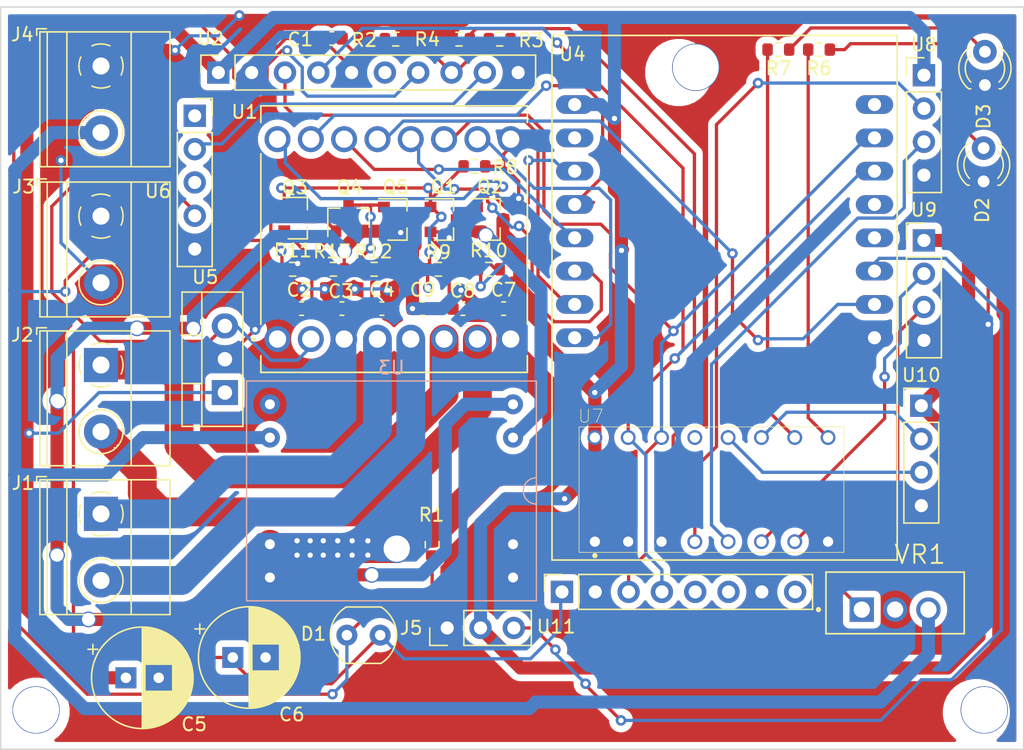
<source format=kicad_pcb>
(kicad_pcb (version 20171130) (host pcbnew "(5.1.12)-1")
  (layers (0 F.Cu signal) (31 B.Cu signal) (34 B.Paste user) (35 F.Paste user) (36 B.SilkS user) (37 F.SilkS user) (38 B.Mask user) (39 F.Mask user) (44 Edge.Cuts user))
  (net 0 "")
  (net 1 GND)
  (net 2 +10V)
  (net 3 /3.3V)
  (net 4 "Net-(D2-Pad2)")
  (net 5 "Net-(D3-Pad2)")
  (net 6 "Net-(J1-Pad2)")
  (net 7 "Net-(J1-Pad1)")
  (net 8 "Net-(J2-Pad2)")
  (net 9 "Net-(J2-Pad1)")
  (net 10 /Battery)
  (net 11 /IO3)
  (net 12 /A1)
  (net 13 "Net-(R4-Pad2)")
  (net 14 "Net-(R6-Pad2)")
  (net 15 "Net-(R7-Pad2)")
  (net 16 "Net-(U1-Pad10)")
  (net 17 "Net-(U1-Pad11)")
  (net 18 "Net-(U1-Pad12)")
  (net 19 "Net-(U1-Pad14)")
  (net 20 "Net-(U1-Pad15)")
  (net 21 "Net-(U1-Pad16)")
  (net 22 /A2)
  (net 23 "Net-(U2-Pad6)")
  (net 24 /SDA)
  (net 25 /SCL)
  (net 26 "Net-(U4-PadP$16)")
  (net 27 "Net-(U4-PadP$13)")
  (net 28 "Net-(U4-PadP$12)")
  (net 29 /IO1)
  (net 30 "Net-(U6-Pad3)")
  (net 31 "Net-(U6-Pad1)")
  (net 32 "Net-(U10-Pad3)")
  (net 33 "Net-(U10-Pad2)")
  (net 34 "Net-(U7-Pad4)")
  (net 35 "Net-(U11-Pad6)")
  (net 36 "Net-(U4-PadP$2)")
  (net 37 "Net-(D1-Pad1)")
  (net 38 "Net-(Q2-Pad2)")
  (net 39 +5V)
  (net 40 "Net-(Q1-Pad3)")
  (net 41 "Net-(Q3-Pad3)")
  (net 42 "Net-(Q4-Pad3)")
  (net 43 "Net-(Q4-Pad2)")
  (net 44 "Net-(U7-Pad13)")
  (net 45 "Net-(U7-Pad7)")
  (net 46 "Net-(U7-Pad6)")
  (net 47 "Net-(U7-Pad5)")
  (net 48 "Net-(U11-Pad8)")
  (net 49 "Net-(U11-Pad5)")
  (module Package_TO_SOT_THT:TO-220-3_Vertical (layer F.Cu) (at 125.1 107.8 90)
    (fp_text reference U5 (at 8.8 -1.5 180) (layer F.SilkS))
    (fp_text value LM2931-3.3_TO220)
    (pad 3 thru_hole oval (at 5.08 0 90) (size 1.905 2) (drill 1.1) (layers *.Cu *.Mask) (net 3 /3.3V))
    (pad 2 thru_hole oval (at 2.54 0 90) (size 1.905 2) (drill 1.1) (layers *.Cu *.Mask) (net 1 GND))
    (pad 1 thru_hole rect (at 0 0 90) (size 1.905 2) (drill 1.1) (layers *.Cu *.Mask) (net 39 +5V))
  )
  (module MP1584EN:MP1584EN (layer B.Cu) (at 137.8 115.3 180)
    (fp_text reference U3 (at 0 9.398) (layer B.SilkS) (effects (justify mirror)))
    (fp_text value MP1584EN)
    (pad 1 thru_hole circle (at -9.271 6.604 180) (size 1.524 1.524) (drill 0.762) (layers *.Cu *.Mask) (net 43 "Net-(Q4-Pad2)"))
    (pad 4 thru_hole circle (at -9.271 -6.604 180) (size 1.524 1.524) (drill 0.762) (layers *.Cu *.Mask) (net 1 GND))
    (pad 8 thru_hole circle (at 9.271 6.604 180) (size 1.524 1.524) (drill 0.762) (layers *.Cu *.Mask) (net 10 /Battery))
    (pad 5 thru_hole circle (at 9.271 -6.604 180) (size 1.524 1.524) (drill 0.762) (layers *.Cu *.Mask) (net 1 GND))
    (pad 2 thru_hole circle (at -9.271 4.064 180) (size 1.524 1.524) (drill 0.762) (layers *.Cu *.Mask) (net 38 "Net-(Q2-Pad2)"))
    (pad 3 thru_hole circle (at -9.271 -4.064 180) (size 1.524 1.524) (drill 0.762) (layers *.Cu *.Mask) (net 1 GND))
    (pad 6 thru_hole circle (at 9.271 -4.064 180) (size 1.524 1.524) (drill 0.762) (layers *.Cu *.Mask) (net 1 GND))
    (pad 7 thru_hole circle (at 9.271 4.064 180) (size 1.524 1.524) (drill 0.762) (layers *.Cu *.Mask) (net 2 +10V))
  )
  (module Capacitor_THT:CP_Radial_D7.5mm_P2.50mm (layer F.Cu) (at 125.7 128)
    (fp_text reference C6 (at 4.5 4.35) (layer F.SilkS))
    (fp_text value 470u)
    (pad 2 thru_hole circle (at 2.5 0) (size 1.6 1.6) (drill 0.8) (layers *.Cu *.Mask) (net 1 GND))
    (pad 1 thru_hole rect (at 0 0) (size 1.6 1.6) (drill 0.8) (layers *.Cu *.Mask) (net 3 /3.3V))
  )
  (module PCF8574N:DIP794W45P254L1969H508Q16 (layer F.Cu) (at 162.2 115.2 90)
    (fp_text reference U7 (at 5.6 -9.2) (layer F.SilkS) (effects (font (thickness 0.05))))
    (fp_text value PCF8574)
    (pad 16 thru_hole circle (at 3.97 -8.89 90) (size 1.13 1.13) (drill 0.78) (layers *.Cu *.Mask) (net 39 +5V))
    (pad 15 thru_hole circle (at 3.97 -6.35 90) (size 1.13 1.13) (drill 0.78) (layers *.Cu *.Mask) (net 24 /SDA))
    (pad 14 thru_hole circle (at 3.97 -3.81 90) (size 1.13 1.13) (drill 0.78) (layers *.Cu *.Mask) (net 25 /SCL))
    (pad 13 thru_hole circle (at 3.97 -1.27 90) (size 1.13 1.13) (drill 0.78) (layers *.Cu *.Mask) (net 44 "Net-(U7-Pad13)"))
    (pad 12 thru_hole circle (at 3.97 1.27 90) (size 1.13 1.13) (drill 0.78) (layers *.Cu *.Mask) (net 32 "Net-(U10-Pad3)"))
    (pad 11 thru_hole circle (at 3.97 3.81 90) (size 1.13 1.13) (drill 0.78) (layers *.Cu *.Mask) (net 33 "Net-(U10-Pad2)"))
    (pad 10 thru_hole circle (at 3.97 6.35 90) (size 1.13 1.13) (drill 0.78) (layers *.Cu *.Mask) (net 15 "Net-(R7-Pad2)"))
    (pad 9 thru_hole circle (at 3.97 8.89 90) (size 1.13 1.13) (drill 0.78) (layers *.Cu *.Mask) (net 14 "Net-(R6-Pad2)"))
    (pad 8 thru_hole circle (at -3.97 8.89 90) (size 1.13 1.13) (drill 0.78) (layers *.Cu *.Mask) (net 1 GND))
    (pad 7 thru_hole circle (at -3.97 6.35 90) (size 1.13 1.13) (drill 0.78) (layers *.Cu *.Mask) (net 45 "Net-(U7-Pad7)"))
    (pad 6 thru_hole circle (at -3.97 3.81 90) (size 1.13 1.13) (drill 0.78) (layers *.Cu *.Mask) (net 46 "Net-(U7-Pad6)"))
    (pad 5 thru_hole circle (at -3.97 1.27 90) (size 1.13 1.13) (drill 0.78) (layers *.Cu *.Mask) (net 47 "Net-(U7-Pad5)"))
    (pad 4 thru_hole circle (at -3.97 -1.27 90) (size 1.13 1.13) (drill 0.78) (layers *.Cu *.Mask) (net 34 "Net-(U7-Pad4)"))
    (pad 3 thru_hole circle (at -3.97 -3.81 90) (size 1.13 1.13) (drill 0.78) (layers *.Cu *.Mask) (net 1 GND))
    (pad 2 thru_hole circle (at -3.97 -6.35 90) (size 1.13 1.13) (drill 0.78) (layers *.Cu *.Mask) (net 1 GND))
    (pad 1 thru_hole rect (at -3.97 -8.89 90) (size 1.13 1.13) (drill 0.78) (layers *.Cu *.Mask) (net 1 GND))
  )
  (module Connector_PinSocket_2.54mm:PinSocket_1x10_P2.54mm_Vertical (layer F.Cu) (at 124.6 83.4 90)
    (fp_text reference U2 (at 2.6 -0.6 180) (layer F.SilkS))
    (fp_text value ADS1115)
    (pad 10 thru_hole oval (at 0 22.86 90) (size 1.7 1.7) (drill 1) (layers *.Cu *.Mask) (net 1 GND))
    (pad 9 thru_hole oval (at 0 20.32 90) (size 1.7 1.7) (drill 1) (layers *.Cu *.Mask) (net 22 /A2))
    (pad 8 thru_hole oval (at 0 17.78 90) (size 1.7 1.7) (drill 1) (layers *.Cu *.Mask) (net 12 /A1))
    (pad 7 thru_hole oval (at 0 15.24 90) (size 1.7 1.7) (drill 1) (layers *.Cu *.Mask) (net 37 "Net-(D1-Pad1)"))
    (pad 6 thru_hole oval (at 0 12.7 90) (size 1.7 1.7) (drill 1) (layers *.Cu *.Mask) (net 23 "Net-(U2-Pad6)"))
    (pad 5 thru_hole oval (at 0 10.16 90) (size 1.7 1.7) (drill 1) (layers *.Cu *.Mask) (net 1 GND))
    (pad 4 thru_hole oval (at 0 7.62 90) (size 1.7 1.7) (drill 1) (layers *.Cu *.Mask) (net 24 /SDA))
    (pad 3 thru_hole oval (at 0 5.08 90) (size 1.7 1.7) (drill 1) (layers *.Cu *.Mask) (net 25 /SCL))
    (pad 2 thru_hole oval (at 0 2.54 90) (size 1.7 1.7) (drill 1) (layers *.Cu *.Mask) (net 1 GND))
    (pad 1 thru_hole rect (at 0 0 90) (size 1.7 1.7) (drill 1) (layers *.Cu *.Mask) (net 39 +5V))
  )
  (module Capacitor_SMD:C_0603_1608Metric (layer F.Cu) (at 130.95 101.4 180)
    (fp_text reference C2 (at 0.175 1.425) (layer F.SilkS))
    (fp_text value 0.01n)
    (pad 2 smd roundrect (at 0.775 0 180) (size 0.9 0.95) (layers F.Cu F.Paste F.Mask) (net 10 /Battery))
    (pad 1 smd roundrect (at -0.775 0 180) (size 0.9 0.95) (layers F.Cu F.Paste F.Mask) (net 1 GND))
  )
  (module Capacitor_SMD:C_0603_1608Metric (layer F.Cu) (at 133.25 80.8)
    (fp_text reference C1 (at -2.4 0.075) (layer F.SilkS))
    (fp_text value 0.47u)
    (pad 2 smd roundrect (at 0.775 0) (size 0.9 0.95) (layers F.Cu F.Paste F.Mask) (net 12 /A1))
    (pad 1 smd roundrect (at -0.775 0) (size 0.9 0.95) (layers F.Cu F.Paste F.Mask) (net 1 GND))
  )
  (module Capacitor_SMD:C_0603_1608Metric (layer F.Cu) (at 137.075 101.4)
    (fp_text reference C4 (at 0 -1.43) (layer F.SilkS))
    (fp_text value 0.47u)
    (pad 2 smd roundrect (at 0.775 0) (size 0.9 0.95) (layers F.Cu F.Paste F.Mask) (net 10 /Battery))
    (pad 1 smd roundrect (at -0.775 0) (size 0.9 0.95) (layers F.Cu F.Paste F.Mask) (net 1 GND))
  )
  (module Capacitor_THT:CP_Radial_D7.5mm_P2.50mm (layer F.Cu) (at 117.55 129.55)
    (fp_text reference C5 (at 5.2 3.55) (layer F.SilkS))
    (fp_text value 470u)
    (pad 2 thru_hole circle (at 2.5 0) (size 1.6 1.6) (drill 0.8) (layers *.Cu *.Mask) (net 1 GND))
    (pad 1 thru_hole rect (at 0 0) (size 1.6 1.6) (drill 0.8) (layers *.Cu *.Mask) (net 39 +5V))
  )
  (module Capacitor_SMD:C_0603_1608Metric (layer F.Cu) (at 146.35 101.4)
    (fp_text reference C7 (at 0 -1.43) (layer F.SilkS))
    (fp_text value 0.47u)
    (pad 2 smd roundrect (at 0.775 0) (size 0.9 0.95) (layers F.Cu F.Paste F.Mask) (net 1 GND))
    (pad 1 smd roundrect (at -0.775 0) (size 0.9 0.95) (layers F.Cu F.Paste F.Mask) (net 39 +5V))
  )
  (module Capacitor_SMD:C_0603_1608Metric (layer F.Cu) (at 140.175 101.4)
    (fp_text reference C9 (at 0 -1.43) (layer F.SilkS))
    (fp_text value 0.01u)
    (pad 2 smd roundrect (at 0.775 0) (size 0.9 0.95) (layers F.Cu F.Paste F.Mask) (net 1 GND))
    (pad 1 smd roundrect (at -0.775 0) (size 0.9 0.95) (layers F.Cu F.Paste F.Mask) (net 39 +5V))
  )
  (module OptoDevice:R_LDR_4.9x4.2mm_P2.54mm_Vertical (layer F.Cu) (at 134.4 126.3)
    (fp_text reference D1 (at -2.55 -0.1) (layer F.SilkS))
    (fp_text value D_Photo)
    (pad 2 thru_hole circle (at 2.54 0) (size 1.6 1.6) (drill 0.8) (layers *.Cu *.Mask) (net 3 /3.3V))
    (pad 1 thru_hole circle (at 0 0) (size 1.6 1.6) (drill 0.8) (layers *.Cu *.Mask) (net 37 "Net-(D1-Pad1)"))
  )
  (module LED_THT:LED_D3.0mm (layer F.Cu) (at 182.95 91.7 90)
    (fp_text reference D2 (at -2.2 -0.1 90) (layer F.SilkS))
    (fp_text value LED)
    (pad 2 thru_hole circle (at 2.54 0 90) (size 1.8 1.8) (drill 0.9) (layers *.Cu *.Mask) (net 4 "Net-(D2-Pad2)"))
    (pad 1 thru_hole rect (at 0 0 90) (size 1.8 1.8) (drill 0.9) (layers *.Cu *.Mask) (net 1 GND))
  )
  (module LED_THT:LED_D3.0mm (layer F.Cu) (at 183.05 84.35 90)
    (fp_text reference D3 (at -2.4 -0.1 90) (layer F.SilkS))
    (fp_text value LED)
    (pad 2 thru_hole circle (at 2.54 0 90) (size 1.8 1.8) (drill 0.9) (layers *.Cu *.Mask) (net 5 "Net-(D3-Pad2)"))
    (pad 1 thru_hole rect (at 0 0 90) (size 1.8 1.8) (drill 0.9) (layers *.Cu *.Mask) (net 1 GND))
  )
  (module Capacitor_SMD:C_0603_1608Metric (layer F.Cu) (at 143.25 101.4 180)
    (fp_text reference C8 (at 0.025 1.35) (layer F.SilkS))
    (fp_text value 0.1u)
    (pad 2 smd roundrect (at 0.775 0 180) (size 0.9 0.95) (layers F.Cu F.Paste F.Mask) (net 1 GND))
    (pad 1 smd roundrect (at -0.775 0 180) (size 0.9 0.95) (layers F.Cu F.Paste F.Mask) (net 39 +5V))
  )
  (module TerminalBlock_Phoenix:TerminalBlock_Phoenix_MKDS-1,5-2-5.08_1x02_P5.08mm_Horizontal (layer F.Cu) (at 115.65 117.05 270)
    (fp_text reference J1 (at -2.35 5.95 180) (layer F.SilkS))
    (fp_text value Left_Motor)
    (pad 2 thru_hole circle (at 5.08 0 270) (size 2.6 2.6) (drill 1.3) (layers *.Cu *.Mask) (net 6 "Net-(J1-Pad2)"))
    (pad 1 thru_hole rect (at 0 0 270) (size 2.6 2.6) (drill 1.3) (layers *.Cu *.Mask) (net 7 "Net-(J1-Pad1)"))
  )
  (module TerminalBlock_Phoenix:TerminalBlock_Phoenix_MKDS-1,5-2-5.08_1x02_P5.08mm_Horizontal (layer F.Cu) (at 115.65 105.7 270)
    (fp_text reference J2 (at -2.3 6 180) (layer F.SilkS))
    (fp_text value Right_Motor)
    (pad 2 thru_hole circle (at 5.08 0 270) (size 2.6 2.6) (drill 1.3) (layers *.Cu *.Mask) (net 8 "Net-(J2-Pad2)"))
    (pad 1 thru_hole rect (at 0 0 270) (size 2.6 2.6) (drill 1.3) (layers *.Cu *.Mask) (net 9 "Net-(J2-Pad1)"))
  )
  (module TerminalBlock_Phoenix:TerminalBlock_Phoenix_MKDS-1,5-2-5.08_1x02_P5.08mm_Horizontal (layer F.Cu) (at 115.65 82.9 270)
    (fp_text reference J4 (at -2.4 6 180) (layer F.SilkS))
    (fp_text value AC_DC_10V)
    (pad 2 thru_hole circle (at 5.08 0 270) (size 2.6 2.6) (drill 1.3) (layers *.Cu *.Mask) (net 2 +10V))
    (pad 1 thru_hole rect (at 0 0 270) (size 2.6 2.6) (drill 1.3) (layers *.Cu *.Mask) (net 1 GND))
  )
  (module TerminalBlock_Phoenix:TerminalBlock_Phoenix_MKDS-1,5-2-5.08_1x02_P5.08mm_Horizontal (layer F.Cu) (at 115.65 94.35 270)
    (fp_text reference J3 (at -2.25 5.9 180) (layer F.SilkS))
    (fp_text value "Battery ")
    (pad 2 thru_hole circle (at 5.08 0 270) (size 2.6 2.6) (drill 1.3) (layers *.Cu *.Mask) (net 10 /Battery))
    (pad 1 thru_hole rect (at 0 0 270) (size 2.6 2.6) (drill 1.3) (layers *.Cu *.Mask) (net 1 GND))
  )
  (module Connector_PinHeader_2.54mm:PinHeader_1x03_P2.54mm_Vertical (layer F.Cu) (at 142.05 125.75 90)
    (fp_text reference J5 (at 0 -2.75 180) (layer F.SilkS))
    (fp_text value "Servo Motor")
    (pad 3 thru_hole oval (at 0 5.08 90) (size 1.7 1.7) (drill 1) (layers *.Cu *.Mask) (net 11 /IO3))
    (pad 2 thru_hole oval (at 0 2.54 90) (size 1.7 1.7) (drill 1) (layers *.Cu *.Mask) (net 39 +5V))
    (pad 1 thru_hole rect (at 0 0 90) (size 1.7 1.7) (drill 1) (layers *.Cu *.Mask) (net 1 GND))
  )
  (module Capacitor_SMD:C_0603_1608Metric (layer F.Cu) (at 134.025 101.4 180)
    (fp_text reference C3 (at 0.075 1.325) (layer F.SilkS))
    (fp_text value 0.1u)
    (pad 2 smd roundrect (at 0.775 0 180) (size 0.9 0.95) (layers F.Cu F.Paste F.Mask) (net 10 /Battery))
    (pad 1 smd roundrect (at -0.775 0 180) (size 0.9 0.95) (layers F.Cu F.Paste F.Mask) (net 1 GND))
  )
  (module Package_TO_SOT_SMD:SOT-23 (layer F.Cu) (at 141.775 94.6)
    (fp_text reference Q1 (at 0 -2.5) (layer F.SilkS))
    (fp_text value Q_NMOS_GSD)
    (pad 3 smd rect (at 1 0) (size 0.9 0.8) (layers F.Cu F.Paste F.Mask) (net 40 "Net-(Q1-Pad3)"))
    (pad 2 smd rect (at -1 0.95) (size 0.9 0.8) (layers F.Cu F.Paste F.Mask) (net 1 GND))
    (pad 1 smd rect (at -1 -0.95) (size 0.9 0.8) (layers F.Cu F.Paste F.Mask) (net 2 +10V))
  )
  (module Package_TO_SOT_SMD:SOT-23 (layer F.Cu) (at 145.325 94.6)
    (fp_text reference Q2 (at 0 -2.5) (layer F.SilkS))
    (fp_text value Q_PMOS_GSD)
    (pad 3 smd rect (at 1 0) (size 0.9 0.8) (layers F.Cu F.Paste F.Mask) (net 39 +5V))
    (pad 2 smd rect (at -1 0.95) (size 0.9 0.8) (layers F.Cu F.Paste F.Mask) (net 38 "Net-(Q2-Pad2)"))
    (pad 1 smd rect (at -1 -0.95) (size 0.9 0.8) (layers F.Cu F.Paste F.Mask) (net 40 "Net-(Q1-Pad3)"))
  )
  (module Resistor_SMD:R_0603_1608Metric (layer F.Cu) (at 136.475 98.4)
    (fp_text reference R12 (at -0.05 -1.35) (layer F.SilkS))
    (fp_text value 200k)
    (pad 2 smd roundrect (at 0.825 0) (size 0.8 0.95) (layers F.Cu F.Paste F.Mask) (net 1 GND))
    (pad 1 smd roundrect (at -0.825 0) (size 0.8 0.95) (layers F.Cu F.Paste F.Mask) (net 42 "Net-(Q4-Pad3)"))
  )
  (module Connector_PinSocket_2.54mm:PinSocket_1x08_P2.54mm_Vertical (layer F.Cu) (at 150.8 123 90)
    (fp_text reference U11 (at -2.65 -0.45 180) (layer F.SilkS))
    (fp_text value MPU-6050)
    (pad 8 thru_hole oval (at 0 17.78 90) (size 1.7 1.7) (drill 1) (layers *.Cu *.Mask) (net 48 "Net-(U11-Pad8)"))
    (pad 7 thru_hole oval (at 0 15.24 90) (size 1.7 1.7) (drill 1) (layers *.Cu *.Mask) (net 1 GND))
    (pad 6 thru_hole oval (at 0 12.7 90) (size 1.7 1.7) (drill 1) (layers *.Cu *.Mask) (net 35 "Net-(U11-Pad6)"))
    (pad 5 thru_hole oval (at 0 10.16 90) (size 1.7 1.7) (drill 1) (layers *.Cu *.Mask) (net 49 "Net-(U11-Pad5)"))
    (pad 4 thru_hole oval (at 0 7.62 90) (size 1.7 1.7) (drill 1) (layers *.Cu *.Mask) (net 24 /SDA))
    (pad 3 thru_hole oval (at 0 5.08 90) (size 1.7 1.7) (drill 1) (layers *.Cu *.Mask) (net 25 /SCL))
    (pad 2 thru_hole oval (at 0 2.54 90) (size 1.7 1.7) (drill 1) (layers *.Cu *.Mask) (net 1 GND))
    (pad 1 thru_hole rect (at 0 0 90) (size 1.7 1.7) (drill 1) (layers *.Cu *.Mask) (net 3 /3.3V))
  )
  (module Resistor_SMD:R_0603_1608Metric (layer F.Cu) (at 140.9 119.4 90)
    (fp_text reference R1 (at 2.275 -0.05 180) (layer F.SilkS))
    (fp_text value 200K)
    (pad 2 smd roundrect (at 0.825 0 90) (size 0.8 0.95) (layers F.Cu F.Paste F.Mask) (net 1 GND))
    (pad 1 smd roundrect (at -0.825 0 90) (size 0.8 0.95) (layers F.Cu F.Paste F.Mask) (net 37 "Net-(D1-Pad1)"))
  )
  (module Resistor_SMD:R_0603_1608Metric (layer F.Cu) (at 130.275 98.4)
    (fp_text reference R11 (at 0 -1.43) (layer F.SilkS))
    (fp_text value 200k)
    (pad 2 smd roundrect (at 0.825 0) (size 0.8 0.95) (layers F.Cu F.Paste F.Mask) (net 1 GND))
    (pad 1 smd roundrect (at -0.825 0) (size 0.8 0.95) (layers F.Cu F.Paste F.Mask) (net 2 +10V))
  )
  (module Resistor_SMD:R_0603_1608Metric (layer F.Cu) (at 167.3 81.65 180)
    (fp_text reference R7 (at 0 -1.43) (layer F.SilkS))
    (fp_text value 300)
    (pad 2 smd roundrect (at 0.825 0 180) (size 0.8 0.95) (layers F.Cu F.Paste F.Mask) (net 15 "Net-(R7-Pad2)"))
    (pad 1 smd roundrect (at -0.825 0 180) (size 0.8 0.95) (layers F.Cu F.Paste F.Mask) (net 5 "Net-(D3-Pad2)"))
  )
  (module Resistor_SMD:R_0603_1608Metric (layer F.Cu) (at 133.375 98.4 180)
    (fp_text reference R13 (at 0.1 1.35) (layer F.SilkS))
    (fp_text value 200k)
    (pad 2 smd roundrect (at 0.825 0 180) (size 0.8 0.95) (layers F.Cu F.Paste F.Mask) (net 41 "Net-(Q3-Pad3)"))
    (pad 1 smd roundrect (at -0.825 0 180) (size 0.8 0.95) (layers F.Cu F.Paste F.Mask) (net 43 "Net-(Q4-Pad2)"))
  )
  (module ESP-32-CAM:ESP32-CAM (layer F.Cu) (at 163.2 96)
    (fp_text reference U4 (at -11.6 -14) (layer F.SilkS))
    (fp_text value ESP32-CAM)
    (pad P$16 thru_hole oval (at 11.43 -10.16) (size 2.8448 1.4224) (drill 1) (layers *.Cu *.Mask) (net 26 "Net-(U4-PadP$16)"))
    (pad P$15 thru_hole oval (at 11.43 -7.62) (size 2.8448 1.4224) (drill 1) (layers *.Cu *.Mask) (net 25 /SCL))
    (pad P$14 thru_hole oval (at 11.43 -5.08) (size 2.8448 1.4224) (drill 1) (layers *.Cu *.Mask) (net 24 /SDA))
    (pad P$13 thru_hole oval (at 11.43 -2.54) (size 2.8448 1.4224) (drill 1) (layers *.Cu *.Mask) (net 27 "Net-(U4-PadP$13)"))
    (pad P$12 thru_hole oval (at 11.43 0) (size 2.8448 1.4224) (drill 1) (layers *.Cu *.Mask) (net 28 "Net-(U4-PadP$12)"))
    (pad P$11 thru_hole oval (at 11.43 2.54) (size 2.8448 1.4224) (drill 1) (layers *.Cu *.Mask) (net 11 /IO3))
    (pad P$10 thru_hole oval (at 11.43 5.08) (size 2.8448 1.4224) (drill 1) (layers *.Cu *.Mask) (net 29 /IO1))
    (pad P$9 thru_hole oval (at 11.43 7.62) (size 2.8448 1.4224) (drill 1) (layers *.Cu *.Mask) (net 1 GND))
    (pad P$8 thru_hole oval (at -11.43 7.62) (size 2.8448 1.4224) (drill 1) (layers *.Cu *.Mask) (net 16 "Net-(U1-Pad10)"))
    (pad P$7 thru_hole oval (at -11.43 5.08) (size 2.8448 1.4224) (drill 1) (layers *.Cu *.Mask) (net 17 "Net-(U1-Pad11)"))
    (pad P$6 thru_hole oval (at -11.43 2.54) (size 2.8448 1.4224) (drill 1) (layers *.Cu *.Mask) (net 18 "Net-(U1-Pad12)"))
    (pad P$5 thru_hole oval (at -11.43 0) (size 2.8448 1.4224) (drill 1) (layers *.Cu *.Mask) (net 19 "Net-(U1-Pad14)"))
    (pad P$4 thru_hole oval (at -11.43 -2.54) (size 2.8448 1.4224) (drill 1) (layers *.Cu *.Mask) (net 20 "Net-(U1-Pad15)"))
    (pad P$3 thru_hole oval (at -11.43 -5.08) (size 2.8448 1.4224) (drill 1) (layers *.Cu *.Mask) (net 21 "Net-(U1-Pad16)"))
    (pad P$2 thru_hole oval (at -11.43 -7.62) (size 2.8448 1.4224) (drill 1) (layers *.Cu *.Mask) (net 36 "Net-(U4-PadP$2)"))
    (pad P$1 thru_hole oval (at -11.43 -10.16) (size 2.8448 1.4224) (drill 1) (layers *.Cu *.Mask) (net 39 +5V))
  )
  (module Connector_PinHeader_2.54mm:PinHeader_1x04_P2.54mm_Vertical (layer F.Cu) (at 178.4 96.2)
    (fp_text reference U9 (at 0 -2.33) (layer F.SilkS))
    (fp_text value HC-SR04)
    (pad 4 thru_hole oval (at 0 7.62) (size 1.7 1.7) (drill 1) (layers *.Cu *.Mask) (net 1 GND))
    (pad 3 thru_hole oval (at 0 5.08) (size 1.7 1.7) (drill 1) (layers *.Cu *.Mask) (net 45 "Net-(U7-Pad7)"))
    (pad 2 thru_hole oval (at 0 2.54) (size 1.7 1.7) (drill 1) (layers *.Cu *.Mask) (net 46 "Net-(U7-Pad6)"))
    (pad 1 thru_hole rect (at 0 0) (size 1.7 1.7) (drill 1) (layers *.Cu *.Mask) (net 39 +5V))
  )
  (module Connector_PinHeader_2.54mm:PinHeader_1x04_P2.54mm_Vertical (layer F.Cu) (at 178.2 108.8)
    (fp_text reference U10 (at 0 -2.33) (layer F.SilkS))
    (fp_text value HC-SR04)
    (pad 4 thru_hole oval (at 0 7.62) (size 1.7 1.7) (drill 1) (layers *.Cu *.Mask) (net 1 GND))
    (pad 3 thru_hole oval (at 0 5.08) (size 1.7 1.7) (drill 1) (layers *.Cu *.Mask) (net 32 "Net-(U10-Pad3)"))
    (pad 2 thru_hole oval (at 0 2.54) (size 1.7 1.7) (drill 1) (layers *.Cu *.Mask) (net 33 "Net-(U10-Pad2)"))
    (pad 1 thru_hole rect (at 0 0) (size 1.7 1.7) (drill 1) (layers *.Cu *.Mask) (net 39 +5V))
  )
  (module LM317:TO254P1054X470X1955-3 (layer F.Cu) (at 176.2 124.35)
    (fp_text reference VR1 (at 1.9 -4.2) (layer F.SilkS) (effects (font (size 1.4 1.4))))
    (fp_text value LM317T_NOPB)
    (pad 3 thru_hole circle (at 2.54 0) (size 1.86 1.86) (drill 1.24) (layers *.Cu *.Mask) (net 2 +10V))
    (pad 2 thru_hole circle (at 0 0) (size 1.86 1.86) (drill 1.24) (layers *.Cu *.Mask) (net 10 /Battery))
    (pad 1 thru_hole rect (at -2.54 0) (size 1.86 1.86) (drill 1.24) (layers *.Cu *.Mask) (net 13 "Net-(R4-Pad2)"))
  )
  (module Resistor_SMD:R_0603_1608Metric (layer F.Cu) (at 145.225 98.4)
    (fp_text reference R10 (at 0 -1.43) (layer F.SilkS))
    (fp_text value 200k)
    (pad 2 smd roundrect (at 0.825 0) (size 0.8 0.95) (layers F.Cu F.Paste F.Mask) (net 40 "Net-(Q1-Pad3)"))
    (pad 1 smd roundrect (at -0.825 0) (size 0.8 0.95) (layers F.Cu F.Paste F.Mask) (net 38 "Net-(Q2-Pad2)"))
  )
  (module Resistor_SMD:R_0603_1608Metric (layer F.Cu) (at 170.4 81.65 180)
    (fp_text reference R6 (at 0 -1.43) (layer F.SilkS))
    (fp_text value 300)
    (pad 2 smd roundrect (at 0.825 0 180) (size 0.8 0.95) (layers F.Cu F.Paste F.Mask) (net 14 "Net-(R6-Pad2)"))
    (pad 1 smd roundrect (at -0.825 0 180) (size 0.8 0.95) (layers F.Cu F.Paste F.Mask) (net 4 "Net-(D2-Pad2)"))
  )
  (module Resistor_SMD:R_0603_1608Metric (layer F.Cu) (at 146.05 80.85)
    (fp_text reference R3 (at 2.4 0.1) (layer F.SilkS))
    (fp_text value 200K)
    (pad 2 smd roundrect (at 0.825 0) (size 0.8 0.95) (layers F.Cu F.Paste F.Mask) (net 1 GND))
    (pad 1 smd roundrect (at -0.825 0) (size 0.8 0.95) (layers F.Cu F.Paste F.Mask) (net 12 /A1))
  )
  (module Connector_PinSocket_2.54mm:PinSocket_1x05_P2.54mm_Vertical (layer F.Cu) (at 122.8 86.7)
    (fp_text reference U6 (at -2.8 5.75) (layer F.SilkS))
    (fp_text value MAX9814)
    (pad 5 thru_hole oval (at 0 10.16) (size 1.7 1.7) (drill 1) (layers *.Cu *.Mask) (net 1 GND))
    (pad 4 thru_hole oval (at 0 7.62) (size 1.7 1.7) (drill 1) (layers *.Cu *.Mask) (net 3 /3.3V))
    (pad 3 thru_hole oval (at 0 5.08) (size 1.7 1.7) (drill 1) (layers *.Cu *.Mask) (net 30 "Net-(U6-Pad3)"))
    (pad 2 thru_hole oval (at 0 2.54) (size 1.7 1.7) (drill 1) (layers *.Cu *.Mask) (net 22 /A2))
    (pad 1 thru_hole rect (at 0 0) (size 1.7 1.7) (drill 1) (layers *.Cu *.Mask) (net 31 "Net-(U6-Pad1)"))
  )
  (module Resistor_SMD:R_0603_1608Metric (layer F.Cu) (at 138.125 80.85 180)
    (fp_text reference R2 (at 2.4 -0.075) (layer F.SilkS))
    (fp_text value 620K)
    (pad 2 smd roundrect (at 0.825 0 180) (size 0.8 0.95) (layers F.Cu F.Paste F.Mask) (net 12 /A1))
    (pad 1 smd roundrect (at -0.825 0 180) (size 0.8 0.95) (layers F.Cu F.Paste F.Mask) (net 10 /Battery))
  )
  (module Resistor_SMD:R_0603_1608Metric (layer F.Cu) (at 144.125 90.55)
    (fp_text reference R8 (at 2.35 0.075) (layer F.SilkS))
    (fp_text value 200k)
    (pad 2 smd roundrect (at 0.825 0) (size 0.8 0.95) (layers F.Cu F.Paste F.Mask) (net 1 GND))
    (pad 1 smd roundrect (at -0.825 0) (size 0.8 0.95) (layers F.Cu F.Paste F.Mask) (net 2 +10V))
  )
  (module Package_TO_SOT_SMD:SOT-23 (layer F.Cu) (at 134.525 94.5 90)
    (fp_text reference Q4 (at 2.35 0.1 180) (layer F.SilkS))
    (fp_text value Q_PMOS_GSD)
    (pad 3 smd rect (at 1 0 90) (size 0.9 0.8) (layers F.Cu F.Paste F.Mask) (net 42 "Net-(Q4-Pad3)"))
    (pad 2 smd rect (at -1 0.95 90) (size 0.9 0.8) (layers F.Cu F.Paste F.Mask) (net 43 "Net-(Q4-Pad2)"))
    (pad 1 smd rect (at -1 -0.95 90) (size 0.9 0.8) (layers F.Cu F.Paste F.Mask) (net 41 "Net-(Q3-Pad3)"))
  )
  (module Resistor_SMD:R_0603_1608Metric (layer F.Cu) (at 141.375 98.4)
    (fp_text reference R9 (at 0 -1.3) (layer F.SilkS))
    (fp_text value 200k)
    (pad 2 smd roundrect (at 0.825 0) (size 0.8 0.95) (layers F.Cu F.Paste F.Mask) (net 1 GND))
    (pad 1 smd roundrect (at -0.825 0) (size 0.8 0.95) (layers F.Cu F.Paste F.Mask) (net 2 +10V))
  )
  (module Package_TO_SOT_SMD:SOT-23 (layer F.Cu) (at 130.625 94.5)
    (fp_text reference Q3 (at -0.2 -2.35) (layer F.SilkS))
    (fp_text value Q_NMOS_GSD)
    (pad 3 smd rect (at 1 0) (size 0.9 0.8) (layers F.Cu F.Paste F.Mask) (net 41 "Net-(Q3-Pad3)"))
    (pad 2 smd rect (at -1 0.95) (size 0.9 0.8) (layers F.Cu F.Paste F.Mask) (net 1 GND))
    (pad 1 smd rect (at -1 -0.95) (size 0.9 0.8) (layers F.Cu F.Paste F.Mask) (net 2 +10V))
  )
  (module Connector_PinHeader_2.54mm:PinHeader_1x04_P2.54mm_Vertical (layer F.Cu) (at 178.4 83.6)
    (fp_text reference U8 (at 0 -2.33) (layer F.SilkS))
    (fp_text value HC-SR04)
    (pad 4 thru_hole oval (at 0 7.62) (size 1.7 1.7) (drill 1) (layers *.Cu *.Mask) (net 1 GND))
    (pad 3 thru_hole oval (at 0 5.08) (size 1.7 1.7) (drill 1) (layers *.Cu *.Mask) (net 47 "Net-(U7-Pad5)"))
    (pad 2 thru_hole oval (at 0 2.54) (size 1.7 1.7) (drill 1) (layers *.Cu *.Mask) (net 34 "Net-(U7-Pad4)"))
    (pad 1 thru_hole rect (at 0 0) (size 1.7 1.7) (drill 1) (layers *.Cu *.Mask) (net 39 +5V))
  )
  (module Resistor_SMD:R_0603_1608Metric (layer F.Cu) (at 142.95 80.85)
    (fp_text reference R4 (at -2.425 0.025) (layer F.SilkS))
    (fp_text value 2K)
    (pad 2 smd roundrect (at 0.825 0) (size 0.8 0.95) (layers F.Cu F.Paste F.Mask) (net 13 "Net-(R4-Pad2)"))
    (pad 1 smd roundrect (at -0.825 0) (size 0.8 0.95) (layers F.Cu F.Paste F.Mask) (net 10 /Battery))
  )
  (module Package_TO_SOT_SMD:SOT-23 (layer F.Cu) (at 138.225 94.6)
    (fp_text reference Q5 (at -0.1 -2.45) (layer F.SilkS))
    (fp_text value Q_PMOS_GSD)
    (pad 3 smd rect (at 1 0) (size 0.9 0.8) (layers F.Cu F.Paste F.Mask) (net 39 +5V))
    (pad 2 smd rect (at -1 0.95) (size 0.9 0.8) (layers F.Cu F.Paste F.Mask) (net 43 "Net-(Q4-Pad2)"))
    (pad 1 smd rect (at -1 -0.95) (size 0.9 0.8) (layers F.Cu F.Paste F.Mask) (net 42 "Net-(Q4-Pad3)"))
  )
  (module ROB-14450:MODULE_ROB-14450 (layer F.Cu) (at 138 96.1 90)
    (fp_text reference U1 (at 9.7 -11.4 180) (layer F.SilkS))
    (fp_text value ROB-14450)
    (pad 9 thru_hole circle (at 7.62 8.89 90) (size 1.98 1.98) (drill 1.32) (layers *.Cu *.Mask) (net 1 GND))
    (pad 10 thru_hole circle (at 7.62 6.35 90) (size 1.98 1.98) (drill 1.32) (layers *.Cu *.Mask) (net 16 "Net-(U1-Pad10)"))
    (pad 11 thru_hole circle (at 7.62 3.81 90) (size 1.98 1.98) (drill 1.32) (layers *.Cu *.Mask) (net 17 "Net-(U1-Pad11)"))
    (pad 12 thru_hole circle (at 7.62 1.27 90) (size 1.98 1.98) (drill 1.32) (layers *.Cu *.Mask) (net 18 "Net-(U1-Pad12)"))
    (pad 13 thru_hole circle (at 7.62 -1.27 90) (size 1.98 1.98) (drill 1.32) (layers *.Cu *.Mask) (net 29 /IO1))
    (pad 14 thru_hole circle (at 7.62 -3.81 90) (size 1.98 1.98) (drill 1.32) (layers *.Cu *.Mask) (net 19 "Net-(U1-Pad14)"))
    (pad 15 thru_hole circle (at 7.62 -6.35 90) (size 1.98 1.98) (drill 1.32) (layers *.Cu *.Mask) (net 20 "Net-(U1-Pad15)"))
    (pad 16 thru_hole circle (at 7.62 -8.89 90) (size 1.98 1.98) (drill 1.32) (layers *.Cu *.Mask) (net 21 "Net-(U1-Pad16)"))
    (pad 1 thru_hole circle (at -7.62 -8.89 90) (size 1.98 1.98) (drill 1.32) (layers *.Cu *.Mask) (net 10 /Battery))
    (pad 2 thru_hole circle (at -7.62 -6.35 90) (size 1.98 1.98) (drill 1.32) (layers *.Cu *.Mask) (net 3 /3.3V))
    (pad 3 thru_hole circle (at -7.62 -3.81 90) (size 1.98 1.98) (drill 1.32) (layers *.Cu *.Mask) (net 1 GND))
    (pad 4 thru_hole circle (at -7.62 -1.27 90) (size 1.98 1.98) (drill 1.32) (layers *.Cu *.Mask) (net 7 "Net-(J1-Pad1)"))
    (pad 5 thru_hole circle (at -7.62 1.27 90) (size 1.98 1.98) (drill 1.32) (layers *.Cu *.Mask) (net 6 "Net-(J1-Pad2)"))
    (pad 6 thru_hole circle (at -7.62 3.81 90) (size 1.98 1.98) (drill 1.32) (layers *.Cu *.Mask) (net 9 "Net-(J2-Pad1)"))
    (pad 7 thru_hole circle (at -7.62 6.35 90) (size 1.98 1.98) (drill 1.32) (layers *.Cu *.Mask) (net 8 "Net-(J2-Pad2)"))
    (pad 8 thru_hole circle (at -7.62 8.89 90) (size 1.98 1.98) (drill 1.32) (layers *.Cu *.Mask) (net 1 GND))
  )
  (gr_line (start 108 135) (end 185 135) (layer Edge.Cuts) (width 0.1))
  (gr_line (start 186 135) (end 186 80) (layer Edge.Cuts) (width 0.1))
  (gr_line (start 185 135) (end 186 135) (layer Edge.Cuts) (width 0.1))
  (gr_line (start 186 78.4) (end 108 78.4) (layer Edge.Cuts) (width 0.1))
  (gr_line (start 108 78.4) (end 108 135) (layer Edge.Cuts) (width 0.1))
  (gr_line (start 186 80) (end 186 78.4) (layer Edge.Cuts) (width 0.1))
  (via (at 130.649388 97.960813) (size 0.8) (drill 0.4) (layers F.Cu B.Cu) (net 1))
  (via (at 138.5 95.6) (size 0.8) (drill 0.4) (layers F.Cu B.Cu) (net 1))
  (via (at 127.4 103) (size 0.8) (drill 0.4) (layers F.Cu B.Cu) (net 1))
  (segment (start 131.1 98.4) (end 131.1 96.925) (width 0.25) (layer F.Cu) (net 1))
  (segment (start 131.1 96.925) (end 129.625 95.45) (width 0.25) (layer F.Cu) (net 1))
  (segment (start 140.775 95.55) (end 141.75 95.55) (width 0.25) (layer F.Cu) (net 1))
  (segment (start 141.75 95.55) (end 142.2 96) (width 0.25) (layer F.Cu) (net 1))
  (segment (start 131.725 101.4) (end 131.725 99.025) (width 0.25) (layer F.Cu) (net 1))
  (segment (start 131.725 99.025) (end 131.1 98.4) (width 0.25) (layer F.Cu) (net 1))
  (segment (start 147.5 93) (end 147.5 91.7) (width 0.25) (layer F.Cu) (net 1))
  (segment (start 142.475 101.4) (end 142.475 101.475) (width 0.25) (layer F.Cu) (net 1))
  (segment (start 147.5 91.7) (end 146.35 90.55) (width 0.25) (layer F.Cu) (net 1))
  (segment (start 142.475 101.475) (end 143.29499 102.29499) (width 0.25) (layer F.Cu) (net 1))
  (segment (start 143.29499 102.29499) (end 146.19499 102.29499) (width 0.25) (layer F.Cu) (net 1))
  (segment (start 147.08998 101.4) (end 147.125 101.4) (width 0.25) (layer F.Cu) (net 1))
  (segment (start 140.95 101.4) (end 142.475 101.4) (width 0.25) (layer F.Cu) (net 1))
  (segment (start 134.76 83.06) (end 134.76 83.4) (width 0.25) (layer F.Cu) (net 1))
  (segment (start 142.2 97.4) (end 142.2 98.4) (width 0.25) (layer F.Cu) (net 1))
  (segment (start 132.5 80.8) (end 134.76 83.06) (width 0.25) (layer F.Cu) (net 1))
  (segment (start 140.775 95.975) (end 142.2 97.4) (width 0.25) (layer F.Cu) (net 1))
  (segment (start 140.775 95.55) (end 140.775 95.975) (width 0.25) (layer F.Cu) (net 1))
  (segment (start 144.95 90.55) (end 146.35 90.55) (width 0.25) (layer F.Cu) (net 1))
  (segment (start 136.3 99.4) (end 137.3 98.4) (width 0.25) (layer F.Cu) (net 1))
  (segment (start 142.2 98.4) (end 142.2 101.125) (width 0.25) (layer F.Cu) (net 1))
  (segment (start 142.2 101.125) (end 142.475 101.4) (width 0.25) (layer F.Cu) (net 1))
  (segment (start 136.3 101.4) (end 136.3 99.4) (width 0.25) (layer F.Cu) (net 1))
  (segment (start 147.49 89.41) (end 147.49 88.48) (width 0.25) (layer F.Cu) (net 1))
  (segment (start 131.1 98.4) (end 131.1 98.8) (width 0.25) (layer F.Cu) (net 1))
  (segment (start 133.9 102.3) (end 134.8 101.4) (width 0.25) (layer F.Cu) (net 1))
  (segment (start 131.725 101.4) (end 132.625 102.3) (width 0.25) (layer F.Cu) (net 1))
  (segment (start 132.625 102.3) (end 133.9 102.3) (width 0.25) (layer F.Cu) (net 1))
  (segment (start 134.8 101.4) (end 136.3 101.4) (width 0.25) (layer F.Cu) (net 1))
  (segment (start 134.79 101.41) (end 134.8 101.4) (width 0.25) (layer F.Cu) (net 1))
  (segment (start 183.3 102.6) (end 183.3 92.05) (width 0.25) (layer F.Cu) (net 1))
  (segment (start 183.3 92.05) (end 182.95 91.7) (width 0.25) (layer F.Cu) (net 1))
  (segment (start 178.4 103.82) (end 182.08 103.82) (width 0.25) (layer B.Cu) (net 1))
  (segment (start 182.08 103.82) (end 183.3 102.6) (width 0.25) (layer B.Cu) (net 1))
  (segment (start 130.660813 97.960813) (end 131.1 98.4) (width 0.25) (layer F.Cu) (net 1))
  (segment (start 128.1 102.3) (end 128.1 100.510201) (width 0.25) (layer B.Cu) (net 1))
  (segment (start 130.649388 97.960813) (end 130.660813 97.960813) (width 0.25) (layer F.Cu) (net 1))
  (segment (start 128.1 100.510201) (end 130.649388 97.960813) (width 0.25) (layer B.Cu) (net 1))
  (segment (start 137.3 96.8) (end 138.5 95.6) (width 0.25) (layer F.Cu) (net 1))
  (segment (start 137.3 98.4) (end 137.3 96.8) (width 0.25) (layer F.Cu) (net 1))
  (via (at 183.3 102.6) (size 0.8) (drill 0.4) (layers F.Cu B.Cu) (net 1))
  (via (at 147.5 93) (size 0.8) (drill 0.4) (layers F.Cu B.Cu) (net 1))
  (via (at 142.2 96) (size 0.8) (drill 0.4) (layers F.Cu B.Cu) (net 1))
  (segment (start 119.287919 94.35) (end 115.65 94.35) (width 2.2) (layer F.Cu) (net 1))
  (segment (start 146.35 89.62) (end 147.49 88.48) (width 0.25) (layer F.Cu) (net 1))
  (segment (start 146.35 90.55) (end 146.35 89.62) (width 0.25) (layer F.Cu) (net 1))
  (segment (start 146.875 82.815) (end 147.46 83.4) (width 0.25) (layer F.Cu) (net 1))
  (segment (start 146.875 80.85) (end 146.875 82.815) (width 0.25) (layer F.Cu) (net 1))
  (segment (start 121.275268 96.86) (end 122.8 96.86) (width 2.2) (layer F.Cu) (net 1))
  (segment (start 119.287919 94.872651) (end 121.275268 96.86) (width 2.2) (layer F.Cu) (net 1))
  (segment (start 119.287919 94.35) (end 119.287919 94.872651) (width 2.2) (layer F.Cu) (net 1))
  (segment (start 129.74 80.8) (end 132.475 80.8) (width 0.25) (layer F.Cu) (net 1))
  (segment (start 127.14 83.4) (end 129.74 80.8) (width 0.25) (layer F.Cu) (net 1))
  (segment (start 146.89 102.49) (end 146.44499 102.04499) (width 0.25) (layer F.Cu) (net 1))
  (segment (start 146.89 103.72) (end 146.89 102.49) (width 0.25) (layer F.Cu) (net 1))
  (segment (start 146.44499 102.04499) (end 147.08998 101.4) (width 0.25) (layer F.Cu) (net 1))
  (segment (start 146.19499 102.29499) (end 146.44499 102.04499) (width 0.25) (layer F.Cu) (net 1))
  (segment (start 146.1 93) (end 147.5 93) (width 0.25) (layer B.Cu) (net 1))
  (segment (start 145.4 92.3) (end 146.1 93) (width 0.25) (layer B.Cu) (net 1))
  (segment (start 145 92.3) (end 145.4 92.3) (width 0.25) (layer B.Cu) (net 1))
  (segment (start 142.2 95.1) (end 145 92.3) (width 0.25) (layer B.Cu) (net 1))
  (segment (start 142.2 96) (end 142.2 95.1) (width 0.25) (layer B.Cu) (net 1))
  (segment (start 134.19 102.59) (end 133.9 102.3) (width 0.25) (layer F.Cu) (net 1))
  (segment (start 134.19 103.72) (end 134.19 102.59) (width 0.25) (layer F.Cu) (net 1))
  (via (at 136 119.1) (size 0.8) (drill 0.4) (layers F.Cu B.Cu) (net 1))
  (via (at 136 120.2) (size 0.8) (drill 0.4) (layers F.Cu B.Cu) (net 1))
  (via (at 134.8 119.1) (size 0.8) (drill 0.4) (layers F.Cu B.Cu) (net 1))
  (via (at 134.8 120.2) (size 0.8) (drill 0.4) (layers F.Cu B.Cu) (net 1))
  (via (at 133.7 119.1) (size 0.8) (drill 0.4) (layers F.Cu B.Cu) (net 1))
  (via (at 133.7 120.2) (size 0.8) (drill 0.4) (layers F.Cu B.Cu) (net 1))
  (via (at 132.6 119.1) (size 0.8) (drill 0.4) (layers F.Cu B.Cu) (net 1))
  (via (at 132.6 120.2) (size 0.8) (drill 0.4) (layers F.Cu B.Cu) (net 1))
  (via (at 131.6 119.1) (size 0.8) (drill 0.4) (layers F.Cu B.Cu) (net 1))
  (via (at 131.6 120.2) (size 0.8) (drill 0.4) (layers F.Cu B.Cu) (net 1))
  (via (at 130.6 120.2) (size 0.8) (drill 0.4) (layers F.Cu B.Cu) (net 1))
  (segment (start 140.95001 118.52499) (end 140.9 118.52499) (width 2.2) (layer F.Cu) (net 1))
  (segment (start 148.5 113.8) (end 145.675 113.8) (width 2.2) (layer F.Cu) (net 1))
  (segment (start 150.4 111.9) (end 148.5 113.8) (width 2.2) (layer F.Cu) (net 1))
  (segment (start 150.4 108.4) (end 150.4 111.9) (width 2.2) (layer F.Cu) (net 1))
  (segment (start 146.89 104.89) (end 150.4 108.4) (width 2.2) (layer F.Cu) (net 1))
  (segment (start 146.89 103.72) (end 146.89 104.89) (width 2.2) (layer F.Cu) (net 1))
  (segment (start 145.675 113.8) (end 140.95001 118.52499) (width 2.2) (layer F.Cu) (net 1))
  (via (at 138.2 119.7) (size 2.2) (drill 2) (layers F.Cu B.Cu) (net 1))
  (segment (start 139.37501 118.52499) (end 140.95001 118.52499) (width 2.2) (layer F.Cu) (net 1))
  (segment (start 138.2 119.7) (end 139.37501 118.52499) (width 2.2) (layer F.Cu) (net 1))
  (via (at 130.6 119.1) (size 0.8) (drill 0.4) (layers F.Cu B.Cu) (net 1))
  (segment (start 128.865 119.7) (end 128.529 119.364) (width 2.2) (layer F.Cu) (net 1))
  (segment (start 138.2 119.7) (end 128.865 119.7) (width 2.2) (layer F.Cu) (net 1))
  (segment (start 125.14 105.26) (end 127.4 103) (width 0.25) (layer F.Cu) (net 1))
  (segment (start 125.1 105.26) (end 125.14 105.26) (width 0.25) (layer F.Cu) (net 1))
  (segment (start 128.1 102.3) (end 127.4 103) (width 0.25) (layer B.Cu) (net 1))
  (via (at 183 132) (size 3.6) (drill 3.5) (layers F.Cu B.Cu) (net 0))
  (via (at 140.6 92.2) (size 0.8) (drill 0.4) (layers F.Cu B.Cu) (net 2))
  (via (at 129.4 92.2) (size 0.8) (drill 0.4) (layers F.Cu B.Cu) (net 2))
  (via (at 140.6 99.8) (size 0.8) (drill 0.4) (layers F.Cu B.Cu) (net 2))
  (via (at 129.4 97) (size 0.8) (drill 0.4) (layers F.Cu B.Cu) (net 2))
  (segment (start 129.4 92.2) (end 140.6 92.2) (width 0.25) (layer F.Cu) (net 2))
  (segment (start 129.4 97) (end 128.6 96.2) (width 0.25) (layer F.Cu) (net 2))
  (segment (start 128.775 94.4) (end 129.625 93.55) (width 0.25) (layer F.Cu) (net 2))
  (segment (start 128.6 96.2) (end 128.6 94.4) (width 0.25) (layer F.Cu) (net 2))
  (segment (start 128.6 94.4) (end 128.775 94.4) (width 0.25) (layer F.Cu) (net 2))
  (segment (start 120.8 98.4) (end 119.8 97.4) (width 0.25) (layer F.Cu) (net 2))
  (segment (start 140.85 93.65) (end 141.6 94.4) (width 0.25) (layer F.Cu) (net 2))
  (segment (start 140.775 93.65) (end 140.85 93.65) (width 0.25) (layer F.Cu) (net 2))
  (segment (start 140.7 98.25) (end 140.55 98.4) (width 0.25) (layer F.Cu) (net 2))
  (segment (start 141.6 94.4) (end 140.7 95.3) (width 0.25) (layer B.Cu) (net 2))
  (segment (start 140.7 95.3) (end 140.7 97.1) (width 0.25) (layer B.Cu) (net 2))
  (segment (start 140.7 97.1) (end 140.7 98.25) (width 0.25) (layer F.Cu) (net 2))
  (segment (start 140.775 93.65) (end 140.775 93.075) (width 0.25) (layer F.Cu) (net 2))
  (segment (start 140.55 99.75) (end 140.6 99.8) (width 0.25) (layer F.Cu) (net 2))
  (segment (start 140.775 93.075) (end 143.3 90.55) (width 0.25) (layer F.Cu) (net 2))
  (segment (start 140.55 98.4) (end 140.55 99.75) (width 0.25) (layer F.Cu) (net 2))
  (segment (start 140.775 92.375) (end 140.6 92.2) (width 0.25) (layer F.Cu) (net 2))
  (segment (start 140.775 93.65) (end 140.775 92.375) (width 0.25) (layer F.Cu) (net 2))
  (segment (start 129.625 93.55) (end 129.625 92.425) (width 0.25) (layer F.Cu) (net 2))
  (segment (start 129.625 92.425) (end 129.4 92.2) (width 0.25) (layer F.Cu) (net 2))
  (segment (start 129.45 97.05) (end 129.4 97) (width 0.25) (layer F.Cu) (net 2))
  (segment (start 129.45 98.4) (end 129.45 97.05) (width 0.25) (layer F.Cu) (net 2))
  (via (at 140.7 97.1) (size 0.8) (drill 0.4) (layers F.Cu B.Cu) (net 2))
  (via (at 141.6 94.4) (size 0.8) (drill 0.4) (layers F.Cu B.Cu) (net 2))
  (segment (start 111.92 87.98) (end 109.074991 90.825009) (width 1) (layer B.Cu) (net 2))
  (segment (start 115.65 87.98) (end 111.92 87.98) (width 1) (layer B.Cu) (net 2))
  (via (at 112.925 100.1) (size 0.8) (drill 0.4) (layers F.Cu B.Cu) (net 2))
  (segment (start 114.8 97.4) (end 112.925 99.275) (width 0.25) (layer F.Cu) (net 2))
  (segment (start 119.8 97.4) (end 114.8 97.4) (width 0.25) (layer F.Cu) (net 2))
  (segment (start 112.925 99.275) (end 112.925 100.1) (width 0.25) (layer F.Cu) (net 2))
  (segment (start 109.149982 100.1) (end 109.074991 100.025009) (width 0.25) (layer B.Cu) (net 2))
  (segment (start 112.925 100.1) (end 109.149982 100.1) (width 0.25) (layer B.Cu) (net 2))
  (segment (start 109.074991 90.825009) (end 109.074991 100.025009) (width 1) (layer B.Cu) (net 2))
  (segment (start 109.074991 114.074991) (end 109.074991 100.025009) (width 1) (layer B.Cu) (net 2))
  (segment (start 116.025009 114.074991) (end 109.074991 114.074991) (width 1) (layer B.Cu) (net 2))
  (segment (start 118.864 111.236) (end 116.025009 114.074991) (width 1) (layer B.Cu) (net 2))
  (segment (start 128.529 111.236) (end 118.864 111.236) (width 1) (layer B.Cu) (net 2))
  (segment (start 120.8 98.4) (end 123.5 98.4) (width 0.25) (layer F.Cu) (net 2))
  (segment (start 125.7 96.2) (end 128.6 96.2) (width 0.25) (layer F.Cu) (net 2))
  (segment (start 123.5 98.4) (end 125.7 96.2) (width 0.25) (layer F.Cu) (net 2))
  (segment (start 109.074991 126.625009) (end 109.074991 114.074991) (width 1) (layer B.Cu) (net 2))
  (segment (start 178.74 127.76) (end 178.74 124.35) (width 1) (layer B.Cu) (net 2))
  (segment (start 148.8 131.4) (end 175.1 131.4) (width 1) (layer B.Cu) (net 2))
  (segment (start 175.1 131.4) (end 178.74 127.76) (width 1) (layer B.Cu) (net 2))
  (segment (start 148.299999 131.900001) (end 148.8 131.4) (width 1) (layer B.Cu) (net 2))
  (segment (start 114.400001 131.900001) (end 148.299999 131.900001) (width 1) (layer B.Cu) (net 2))
  (segment (start 109.125009 126.625009) (end 114.400001 131.900001) (width 1) (layer B.Cu) (net 2))
  (segment (start 109.074991 126.625009) (end 109.125009 126.625009) (width 1) (layer B.Cu) (net 2))
  (segment (start 126.22501 127.47499) (end 125.7 128) (width 0.25) (layer F.Cu) (net 3))
  (segment (start 150.2 123.6) (end 150.8 123) (width 0.25) (layer B.Cu) (net 3))
  (segment (start 125.7 128) (end 125.9 128) (width 0.25) (layer B.Cu) (net 3))
  (segment (start 125.7 128) (end 125.7 128.3) (width 0.25) (layer F.Cu) (net 3))
  (segment (start 125.7 128.3) (end 127.4 130) (width 0.25) (layer F.Cu) (net 3))
  (segment (start 127.4 130) (end 133.24 130) (width 0.25) (layer F.Cu) (net 3))
  (segment (start 133.24 130) (end 136.94 126.3) (width 0.25) (layer F.Cu) (net 3))
  (segment (start 136.94 126.3) (end 138.74 128.1) (width 0.25) (layer B.Cu) (net 3))
  (segment (start 138.74 128.1) (end 148.4 128.1) (width 0.25) (layer B.Cu) (net 3))
  (segment (start 148.4 128.1) (end 150.7 125.8) (width 0.25) (layer B.Cu) (net 3))
  (segment (start 150.7 123.1) (end 150.8 123) (width 0.25) (layer B.Cu) (net 3))
  (segment (start 150.7 125.8) (end 150.7 123.1) (width 0.25) (layer B.Cu) (net 3))
  (segment (start 132.25 103.72) (end 132.25 104.15) (width 0.25) (layer B.Cu) (net 3))
  (segment (start 130.630349 105.339651) (end 132.25 103.72) (width 0.25) (layer B.Cu) (net 3))
  (segment (start 128.6 105.339651) (end 130.630349 105.339651) (width 0.25) (layer B.Cu) (net 3))
  (segment (start 125.980349 102.72) (end 128.6 105.339651) (width 0.25) (layer B.Cu) (net 3))
  (segment (start 125.1 102.72) (end 125.980349 102.72) (width 0.25) (layer B.Cu) (net 3))
  (segment (start 111.9 93.6) (end 113.6 91.9) (width 0.25) (layer F.Cu) (net 3))
  (segment (start 120.7 91.9) (end 122.8 94) (width 0.25) (layer F.Cu) (net 3))
  (segment (start 111.9 100.148002) (end 111.9 93.6) (width 0.25) (layer F.Cu) (net 3))
  (segment (start 113.6 91.9) (end 120.7 91.9) (width 0.25) (layer F.Cu) (net 3))
  (segment (start 114.471998 102.72) (end 111.9 100.148002) (width 0.25) (layer F.Cu) (net 3))
  (segment (start 122.8 94) (end 122.8 94.32) (width 0.25) (layer F.Cu) (net 3))
  (segment (start 113.55 126.45) (end 115.1 128) (width 0.25) (layer F.Cu) (net 3))
  (segment (start 113.55 103.55) (end 113.55 126.45) (width 0.25) (layer F.Cu) (net 3))
  (segment (start 114.38 102.72) (end 113.55 103.55) (width 0.25) (layer F.Cu) (net 3))
  (segment (start 115.1 128) (end 125.7 128) (width 0.25) (layer F.Cu) (net 3))
  (segment (start 114.471998 102.72) (end 114.38 102.72) (width 0.25) (layer F.Cu) (net 3))
  (segment (start 123.92 103.9) (end 125.1 102.72) (width 0.25) (layer F.Cu) (net 3))
  (segment (start 115.6 103.9) (end 123.92 103.9) (width 0.25) (layer F.Cu) (net 3))
  (segment (start 114.42 102.72) (end 115.6 103.9) (width 0.25) (layer F.Cu) (net 3))
  (segment (start 114.38 102.72) (end 114.42 102.72) (width 0.25) (layer F.Cu) (net 3))
  (segment (start 172.8 81.2) (end 179.8 81.2) (width 0.25) (layer F.Cu) (net 4))
  (segment (start 180.6 86.81) (end 182.95 89.16) (width 0.25) (layer F.Cu) (net 4))
  (segment (start 172.35 81.65) (end 172.8 81.2) (width 0.25) (layer F.Cu) (net 4))
  (segment (start 179.8 81.2) (end 180.6 82) (width 0.25) (layer F.Cu) (net 4))
  (segment (start 180.6 82) (end 180.6 86.81) (width 0.25) (layer F.Cu) (net 4))
  (segment (start 171.225 81.65) (end 172.35 81.65) (width 0.25) (layer F.Cu) (net 4))
  (segment (start 168.125 81.65) (end 169.775 80) (width 0.25) (layer F.Cu) (net 5))
  (segment (start 169.775 80) (end 181.24 80) (width 0.25) (layer F.Cu) (net 5))
  (segment (start 181.24 80) (end 183.05 81.81) (width 0.25) (layer F.Cu) (net 5))
  (segment (start 115.65 122.13) (end 121.77 122.13) (width 2.2) (layer B.Cu) (net 6))
  (segment (start 121.77 122.13) (end 127 116.9) (width 2.2) (layer B.Cu) (net 6))
  (segment (start 127 116.9) (end 133.9 116.9) (width 2.2) (layer B.Cu) (net 6))
  (segment (start 139.27 111.53) (end 139.27 103.72) (width 2.2) (layer B.Cu) (net 6))
  (segment (start 133.9 116.9) (end 139.27 111.53) (width 2.2) (layer B.Cu) (net 6))
  (segment (start 133.6 113.7) (end 136.73 110.57) (width 2.2) (layer B.Cu) (net 7))
  (segment (start 125.2 113.7) (end 133.6 113.7) (width 2.2) (layer B.Cu) (net 7))
  (segment (start 121.85 117.05) (end 125.2 113.7) (width 2.2) (layer B.Cu) (net 7))
  (segment (start 136.73 110.57) (end 136.73 103.72) (width 2.2) (layer B.Cu) (net 7))
  (segment (start 115.65 117.05) (end 121.85 117.05) (width 2.2) (layer B.Cu) (net 7))
  (segment (start 136.5 116.9) (end 140.8 112.6) (width 2.2) (layer F.Cu) (net 8))
  (segment (start 120.2 116.9) (end 136.5 116.9) (width 2.2) (layer F.Cu) (net 8))
  (segment (start 118.8 115.5) (end 120.2 116.9) (width 2.2) (layer F.Cu) (net 8))
  (segment (start 118.8 113.93) (end 118.8 115.5) (width 2.2) (layer F.Cu) (net 8))
  (segment (start 115.65 110.78) (end 118.8 113.93) (width 2.2) (layer F.Cu) (net 8))
  (segment (start 140.8 112.6) (end 140.8 112.5) (width 2.2) (layer F.Cu) (net 8))
  (segment (start 144.35 108.95) (end 144.35 103.72) (width 2.2) (layer F.Cu) (net 8))
  (segment (start 140.8 112.5) (end 144.35 108.95) (width 2.2) (layer F.Cu) (net 8))
  (segment (start 141.81 107.89) (end 141.81 103.72) (width 2.2) (layer F.Cu) (net 9))
  (segment (start 135.7 114) (end 141.81 107.89) (width 2.2) (layer F.Cu) (net 9))
  (segment (start 123.807498 114) (end 135.7 114) (width 2.2) (layer F.Cu) (net 9))
  (segment (start 120.5 105.7) (end 121.6 106.8) (width 2.2) (layer F.Cu) (net 9))
  (segment (start 121.6 111.792502) (end 123.807498 114) (width 2.2) (layer F.Cu) (net 9))
  (segment (start 121.6 106.8) (end 121.6 111.792502) (width 2.2) (layer F.Cu) (net 9))
  (segment (start 115.65 105.7) (end 120.5 105.7) (width 2.2) (layer F.Cu) (net 9))
  (via (at 132.7 99.9) (size 0.8) (drill 0.4) (layers F.Cu B.Cu) (net 10))
  (via (at 131 99.9) (size 0.8) (drill 0.4) (layers F.Cu B.Cu) (net 10))
  (via (at 121.3 81.7) (size 0.8) (drill 0.4) (layers F.Cu B.Cu) (net 10))
  (via (at 112.6 90.1) (size 0.8) (drill 0.4) (layers F.Cu B.Cu) (net 10))
  (via (at 126.2 79.05) (size 0.8) (drill 0.4) (layers F.Cu B.Cu) (net 10))
  (segment (start 135 99.9) (end 137.4 99.9) (width 0.25) (layer B.Cu) (net 10))
  (segment (start 137.4 99.9) (end 137.5 100) (width 0.25) (layer B.Cu) (net 10))
  (segment (start 126.2 79.05) (end 137.15 79.05) (width 0.25) (layer F.Cu) (net 10))
  (segment (start 137.15 79.05) (end 138.95 80.85) (width 0.25) (layer F.Cu) (net 10))
  (segment (start 137.85 101.4) (end 137.85 100.35) (width 0.25) (layer F.Cu) (net 10))
  (segment (start 137.85 100.35) (end 137.5 100) (width 0.25) (layer F.Cu) (net 10))
  (segment (start 122.4 80.6) (end 124.65 80.6) (width 0.25) (layer B.Cu) (net 10))
  (segment (start 124.65 80.6) (end 126.2 79.05) (width 0.25) (layer B.Cu) (net 10))
  (segment (start 112.6 96.38) (end 112.6 90.1) (width 0.25) (layer B.Cu) (net 10))
  (segment (start 115.924998 85.3) (end 117.7 85.3) (width 0.25) (layer F.Cu) (net 10))
  (segment (start 121.3 81.7) (end 122.4 80.6) (width 0.25) (layer B.Cu) (net 10))
  (segment (start 115.65 99.43) (end 112.6 96.38) (width 0.25) (layer B.Cu) (net 10))
  (segment (start 112.6 90.1) (end 112.6 88.624998) (width 0.25) (layer F.Cu) (net 10))
  (segment (start 112.6 88.624998) (end 115.924998 85.3) (width 0.25) (layer F.Cu) (net 10))
  (segment (start 117.7 85.3) (end 121.3 81.7) (width 0.25) (layer F.Cu) (net 10))
  (segment (start 129.71 101.865) (end 130.175 101.4) (width 0.25) (layer F.Cu) (net 10))
  (segment (start 130.6 99.9) (end 130.175 100.325) (width 0.25) (layer F.Cu) (net 10))
  (segment (start 132.7 99.9) (end 131 99.9) (width 0.25) (layer B.Cu) (net 10))
  (segment (start 133.25 100.45) (end 132.7 99.9) (width 0.25) (layer F.Cu) (net 10))
  (segment (start 133.25 101.4) (end 133.25 100.45) (width 0.25) (layer F.Cu) (net 10))
  (segment (start 130.175 100.325) (end 130.175 101.4) (width 0.25) (layer F.Cu) (net 10))
  (segment (start 131 99.9) (end 130.6 99.9) (width 0.25) (layer F.Cu) (net 10))
  (via (at 137.5 100) (size 0.8) (drill 0.4) (layers F.Cu B.Cu) (net 10))
  (via (at 135 99.9) (size 0.8) (drill 0.4) (layers F.Cu B.Cu) (net 10))
  (segment (start 129.11 102.465) (end 129.71 101.865) (width 0.25) (layer F.Cu) (net 10))
  (segment (start 129.11 103.72) (end 129.11 102.465) (width 0.25) (layer F.Cu) (net 10))
  (via (at 110.7 132) (size 3.6) (drill 3.5) (layers F.Cu B.Cu) (net 0))
  (via (at 161 83) (size 3.6) (drill 3.5) (layers F.Cu B.Cu) (net 0))
  (segment (start 184.3 101.8) (end 180.064999 97.564999) (width 0.25) (layer B.Cu) (net 11))
  (segment (start 180.064999 97.564999) (end 175.005001 97.564999) (width 0.25) (layer B.Cu) (net 11))
  (segment (start 175.005001 97.564999) (end 174.03 98.54) (width 0.25) (layer B.Cu) (net 11))
  (via (at 155.3 132.8) (size 0.8) (drill 0.4) (layers F.Cu B.Cu) (net 11))
  (via (at 152.6 130) (size 0.8) (drill 0.4) (layers F.Cu B.Cu) (net 11))
  (segment (start 152.6 130.1) (end 152.6 130) (width 0.25) (layer F.Cu) (net 11))
  (segment (start 155.3 132.8) (end 152.6 130.1) (width 0.25) (layer F.Cu) (net 11))
  (via (at 150.3 127.4) (size 0.8) (drill 0.4) (layers F.Cu B.Cu) (net 11))
  (segment (start 150.3 127.7) (end 150.3 127.4) (width 0.25) (layer B.Cu) (net 11))
  (segment (start 152.6 130) (end 150.3 127.7) (width 0.25) (layer B.Cu) (net 11))
  (segment (start 148.65 125.75) (end 147.13 125.75) (width 0.25) (layer F.Cu) (net 11))
  (segment (start 150.3 127.4) (end 148.65 125.75) (width 0.25) (layer F.Cu) (net 11))
  (segment (start 155.3 132.8) (end 175.1 132.8) (width 0.25) (layer B.Cu) (net 11))
  (segment (start 175.1 132.8) (end 178.2 129.7) (width 0.25) (layer B.Cu) (net 11))
  (segment (start 178.2 129.7) (end 180.5 129.7) (width 0.25) (layer B.Cu) (net 11))
  (segment (start 180.5 129.7) (end 184.3 125.9) (width 0.25) (layer B.Cu) (net 11))
  (segment (start 184.3 125.9) (end 184.3 101.8) (width 0.25) (layer B.Cu) (net 11))
  (segment (start 142.675 83.4) (end 145.225 80.85) (width 0.25) (layer F.Cu) (net 12))
  (segment (start 142.38 83.4) (end 142.675 83.4) (width 0.25) (layer F.Cu) (net 12))
  (segment (start 138.10001 81.65001) (end 140.63001 81.65001) (width 0.25) (layer F.Cu) (net 12))
  (segment (start 137.3 80.85) (end 138.10001 81.65001) (width 0.25) (layer F.Cu) (net 12))
  (segment (start 140.63001 81.65001) (end 142.38 83.4) (width 0.25) (layer F.Cu) (net 12))
  (segment (start 145.458517 81.083517) (end 145.225 80.85) (width 0.25) (layer F.Cu) (net 12))
  (segment (start 137.25 80.8) (end 137.3 80.85) (width 0.25) (layer F.Cu) (net 12))
  (segment (start 142.38 83.4) (end 142.8 83.4) (width 0.25) (layer F.Cu) (net 12))
  (segment (start 134.025 80.8) (end 134.025 80.925) (width 0.25) (layer F.Cu) (net 12))
  (segment (start 134.9 81.8) (end 136.35 81.8) (width 0.25) (layer F.Cu) (net 12))
  (segment (start 136.35 81.8) (end 137.3 80.85) (width 0.25) (layer F.Cu) (net 12))
  (segment (start 134.025 80.925) (end 134.9 81.8) (width 0.25) (layer F.Cu) (net 12))
  (segment (start 159.280001 111.119999) (end 159.280001 120.280001) (width 0.25) (layer F.Cu) (net 13))
  (segment (start 160.9 89.6) (end 160.9 109.5) (width 0.25) (layer F.Cu) (net 13))
  (segment (start 143.775 80.85) (end 143.775 80.525) (width 0.25) (layer F.Cu) (net 13))
  (segment (start 144.25001 80.04999) (end 151.34999 80.04999) (width 0.25) (layer F.Cu) (net 13))
  (segment (start 159.9 120.9) (end 170.21 120.9) (width 0.25) (layer F.Cu) (net 13))
  (segment (start 143.775 80.525) (end 144.25001 80.04999) (width 0.25) (layer F.Cu) (net 13))
  (segment (start 151.34999 80.04999) (end 160.9 89.6) (width 0.25) (layer F.Cu) (net 13))
  (segment (start 170.21 120.9) (end 173.66 124.35) (width 0.25) (layer F.Cu) (net 13))
  (segment (start 160.9 109.5) (end 159.280001 111.119999) (width 0.25) (layer F.Cu) (net 13))
  (segment (start 159.280001 120.280001) (end 159.9 120.9) (width 0.25) (layer F.Cu) (net 13))
  (segment (start 169.575 109.715) (end 171.09 111.23) (width 0.25) (layer F.Cu) (net 14))
  (segment (start 169.575 81.65) (end 169.575 109.715) (width 0.25) (layer F.Cu) (net 14))
  (segment (start 166.475 81.65) (end 166.475 109.155) (width 0.25) (layer F.Cu) (net 15))
  (segment (start 166.475 109.155) (end 168.55 111.23) (width 0.25) (layer F.Cu) (net 15))
  (segment (start 151.17 103.62) (end 150.72 103.62) (width 0.25) (layer B.Cu) (net 16))
  (segment (start 148.7 92.23) (end 144.95 88.48) (width 0.25) (layer B.Cu) (net 16))
  (segment (start 151.77 103.62) (end 153.48 103.62) (width 0.25) (layer B.Cu) (net 16))
  (segment (start 154.510954 102.589046) (end 154.510954 93.110954) (width 0.25) (layer B.Cu) (net 16))
  (segment (start 153.48 103.62) (end 154.510954 102.589046) (width 0.25) (layer B.Cu) (net 16))
  (segment (start 153.63 92.23) (end 148.7 92.23) (width 0.25) (layer B.Cu) (net 16))
  (segment (start 154.510954 93.110954) (end 153.63 92.23) (width 0.25) (layer B.Cu) (net 16))
  (segment (start 143.79 87.1) (end 142.41 88.48) (width 0.25) (layer F.Cu) (net 17))
  (segment (start 148 87.1) (end 143.79 87.1) (width 0.25) (layer F.Cu) (net 17))
  (segment (start 151.17 101.08) (end 148.97258 98.88258) (width 0.25) (layer F.Cu) (net 17))
  (segment (start 148.97258 98.88258) (end 148.97258 88.07258) (width 0.25) (layer F.Cu) (net 17))
  (segment (start 148.97258 88.07258) (end 148 87.1) (width 0.25) (layer F.Cu) (net 17))
  (segment (start 151.17 98.54) (end 151.96 98.54) (width 0.25) (layer B.Cu) (net 18))
  (segment (start 141.887653 92.287653) (end 139.87 90.27) (width 0.25) (layer B.Cu) (net 18))
  (segment (start 139.87 90.27) (end 139.87 88.48) (width 0.25) (layer B.Cu) (net 18))
  (segment (start 142.587653 92.287653) (end 141.887653 92.287653) (width 0.25) (layer B.Cu) (net 18))
  (via (at 142.587653 92.287653) (size 0.8) (drill 0.4) (layers F.Cu B.Cu) (net 18))
  (segment (start 144.587653 92.287653) (end 142.587653 92.287653) (width 0.25) (layer F.Cu) (net 18))
  (via (at 147.524991 95.1) (size 0.8) (drill 0.4) (layers F.Cu B.Cu) (net 18))
  (segment (start 144.712663 92.287653) (end 145.12501 92.7) (width 0.25) (layer F.Cu) (net 18))
  (segment (start 144.587653 92.287653) (end 144.712663 92.287653) (width 0.25) (layer F.Cu) (net 18))
  (via (at 145.487347 93.712653) (size 0.8) (drill 0.4) (layers F.Cu B.Cu) (net 18))
  (segment (start 145.12501 93.22501) (end 145.6 93.7) (width 0.25) (layer F.Cu) (net 18))
  (segment (start 145.12501 92.7) (end 145.12501 93.22501) (width 0.25) (layer F.Cu) (net 18))
  (segment (start 145.487347 93.712653) (end 146.974694 95.2) (width 0.25) (layer B.Cu) (net 18))
  (segment (start 147.424991 95.2) (end 147.524991 95.1) (width 0.25) (layer B.Cu) (net 18))
  (segment (start 146.974694 95.2) (end 147.424991 95.2) (width 0.25) (layer B.Cu) (net 18))
  (segment (start 153.8 99.4) (end 152.94 98.54) (width 0.25) (layer F.Cu) (net 18))
  (segment (start 151.17 98.54) (end 151.17 98.903378) (width 0.25) (layer F.Cu) (net 18))
  (segment (start 153.8 101.5) (end 153.8 99.4) (width 0.25) (layer F.Cu) (net 18))
  (segment (start 152.9 102.4) (end 153.8 101.5) (width 0.25) (layer F.Cu) (net 18))
  (segment (start 150.2 102.4) (end 152.9 102.4) (width 0.25) (layer F.Cu) (net 18))
  (segment (start 149.255011 99.944989) (end 149.255011 101.455011) (width 0.25) (layer F.Cu) (net 18))
  (segment (start 152.94 98.54) (end 151.17 98.54) (width 0.25) (layer F.Cu) (net 18))
  (segment (start 148.52257 99.212548) (end 149.255011 99.944989) (width 0.25) (layer F.Cu) (net 18))
  (segment (start 149.255011 101.455011) (end 150.2 102.4) (width 0.25) (layer F.Cu) (net 18))
  (segment (start 148.52257 96.097579) (end 148.52257 99.212548) (width 0.25) (layer F.Cu) (net 18))
  (segment (start 147.524991 95.1) (end 148.52257 96.097579) (width 0.25) (layer F.Cu) (net 18))
  (segment (start 136.487347 90.787347) (end 141.412653 90.787347) (width 0.25) (layer F.Cu) (net 19))
  (segment (start 134.79 88.48) (end 134.79 89.09) (width 0.25) (layer F.Cu) (net 19))
  (segment (start 134.79 89.09) (end 136.487347 90.787347) (width 0.25) (layer F.Cu) (net 19))
  (via (at 141.412653 90.787347) (size 0.8) (drill 0.4) (layers F.Cu B.Cu) (net 19))
  (segment (start 151.77 96) (end 151.77 95.77) (width 0.25) (layer B.Cu) (net 19))
  (segment (start 151.77 96) (end 151.6 96) (width 0.25) (layer B.Cu) (net 19))
  (segment (start 148.5 92.9) (end 148.473002 92.9) (width 0.25) (layer B.Cu) (net 19))
  (segment (start 151.6 96) (end 148.5 92.9) (width 0.25) (layer B.Cu) (net 19))
  (segment (start 146.360349 90.787347) (end 146.287347 90.787347) (width 0.25) (layer B.Cu) (net 19))
  (segment (start 148.473002 92.9) (end 146.360349 90.787347) (width 0.25) (layer B.Cu) (net 19))
  (segment (start 146.287347 90.787347) (end 141.412653 90.787347) (width 0.25) (layer B.Cu) (net 19))
  (segment (start 153.04 93.46) (end 153.2 93.3) (width 0.25) (layer F.Cu) (net 20))
  (segment (start 147.35001 86.64999) (end 133.45001 86.64999) (width 0.25) (layer B.Cu) (net 20))
  (segment (start 149.6 84.4) (end 147.35001 86.64999) (width 0.25) (layer B.Cu) (net 20))
  (segment (start 133.45001 86.64999) (end 132.25 87.85) (width 0.25) (layer B.Cu) (net 20))
  (segment (start 132.25 87.85) (end 132.25 88.48) (width 0.25) (layer B.Cu) (net 20))
  (segment (start 149.8 84.2) (end 149.6 84.4) (width 0.25) (layer F.Cu) (net 20))
  (segment (start 151.17 93.46) (end 153.04 93.46) (width 0.25) (layer F.Cu) (net 20))
  (via (at 149.6 84.4) (size 0.8) (drill 0.4) (layers F.Cu B.Cu) (net 20))
  (segment (start 153.9 91.33) (end 151.77 93.46) (width 0.25) (layer F.Cu) (net 20))
  (segment (start 153.9 85.793378) (end 153.9 91.33) (width 0.25) (layer F.Cu) (net 20))
  (segment (start 152.506622 84.4) (end 153.9 85.793378) (width 0.25) (layer F.Cu) (net 20))
  (segment (start 149.6 84.4) (end 152.506622 84.4) (width 0.25) (layer F.Cu) (net 20))
  (segment (start 146.3 92.2) (end 146.3 92.1) (width 0.25) (layer F.Cu) (net 21))
  (via (at 146.3 92.1) (size 0.8) (drill 0.4) (layers F.Cu B.Cu) (net 21))
  (segment (start 132.412654 93.012654) (end 129.71 90.31) (width 0.25) (layer B.Cu) (net 21))
  (segment (start 129.71 90.31) (end 129.71 88.48) (width 0.25) (layer B.Cu) (net 21))
  (via (at 148.24758 90.1) (size 0.8) (drill 0.4) (layers F.Cu B.Cu) (net 21))
  (segment (start 151.17 90.92) (end 151.02 90.92) (width 0.25) (layer B.Cu) (net 21))
  (segment (start 151.02 90.92) (end 150.2 90.1) (width 0.25) (layer B.Cu) (net 21))
  (segment (start 150.2 90.1) (end 148.24758 90.1) (width 0.25) (layer B.Cu) (net 21))
  (segment (start 148.225001 90.122579) (end 148.24758 90.1) (width 0.25) (layer F.Cu) (net 21))
  (segment (start 148.225001 93.348001) (end 148.225001 90.122579) (width 0.25) (layer F.Cu) (net 21))
  (segment (start 147.848001 93.725001) (end 148.225001 93.348001) (width 0.25) (layer F.Cu) (net 21))
  (segment (start 146.525001 93.725001) (end 147.848001 93.725001) (width 0.25) (layer F.Cu) (net 21))
  (segment (start 145.85001 93.05001) (end 146.525001 93.725001) (width 0.25) (layer F.Cu) (net 21))
  (segment (start 145.85001 92.54999) (end 145.85001 93.05001) (width 0.25) (layer F.Cu) (net 21))
  (segment (start 146.3 92.1) (end 145.85001 92.54999) (width 0.25) (layer F.Cu) (net 21))
  (segment (start 146.3 92.1) (end 145.9 91.7) (width 0.25) (layer B.Cu) (net 21))
  (segment (start 145.9 91.7) (end 144.625308 91.7) (width 0.25) (layer B.Cu) (net 21))
  (segment (start 144.625308 91.7) (end 143.312654 93.012654) (width 0.25) (layer B.Cu) (net 21))
  (segment (start 143.312654 93.012654) (end 132.412654 93.012654) (width 0.25) (layer B.Cu) (net 21))
  (segment (start 127.9 85.8) (end 142.52 85.8) (width 0.25) (layer B.Cu) (net 22))
  (segment (start 142.52 85.8) (end 144.92 83.4) (width 0.25) (layer B.Cu) (net 22))
  (segment (start 122.6 88.84) (end 124.86 88.84) (width 0.25) (layer B.Cu) (net 22))
  (segment (start 124.86 88.84) (end 127.9 85.8) (width 0.25) (layer B.Cu) (net 22))
  (via (at 150.425487 81.118878) (size 0.8) (drill 0.4) (layers F.Cu B.Cu) (net 24))
  (via (at 159.4 105.2) (size 0.8) (drill 0.4) (layers F.Cu B.Cu) (net 24))
  (segment (start 132.22 83.4) (end 133.72 81.9) (width 0.25) (layer B.Cu) (net 24))
  (segment (start 133.72 81.88) (end 135.57499 80.02501) (width 0.25) (layer B.Cu) (net 24))
  (segment (start 151.23641 81.9) (end 160.030001 90.693591) (width 0.25) (layer F.Cu) (net 24))
  (segment (start 133.72 81.9) (end 133.72 81.88) (width 0.25) (layer B.Cu) (net 24))
  (segment (start 151.206609 81.9) (end 150.425487 81.118878) (width 0.25) (layer F.Cu) (net 24))
  (segment (start 151.23641 81.9) (end 151.206609 81.9) (width 0.25) (layer F.Cu) (net 24))
  (segment (start 149.331619 80.02501) (end 150.425487 81.118878) (width 0.25) (layer B.Cu) (net 24))
  (segment (start 160.030001 90.693591) (end 160.030001 104.569999) (width 0.25) (layer F.Cu) (net 24))
  (segment (start 135.57499 80.02501) (end 149.331619 80.02501) (width 0.25) (layer B.Cu) (net 24))
  (segment (start 160.030001 104.569999) (end 159.4 105.2) (width 0.25) (layer F.Cu) (net 24))
  (segment (start 173.68 90.92) (end 159.4 105.2) (width 0.25) (layer B.Cu) (net 24))
  (segment (start 155.85 108.75) (end 155.85 111.23) (width 0.25) (layer F.Cu) (net 24))
  (segment (start 174.03 90.92) (end 173.68 90.92) (width 0.25) (layer B.Cu) (net 24))
  (segment (start 159.4 105.2) (end 155.85 108.75) (width 0.25) (layer F.Cu) (net 24))
  (segment (start 157.2 120.1) (end 157.2 112.58) (width 0.25) (layer B.Cu) (net 24))
  (segment (start 158.42 123) (end 158.42 121.32) (width 0.25) (layer B.Cu) (net 24))
  (segment (start 157.2 112.58) (end 155.85 111.23) (width 0.25) (layer B.Cu) (net 24))
  (segment (start 158.42 121.32) (end 157.2 120.1) (width 0.25) (layer B.Cu) (net 24))
  (segment (start 159.305 103.105) (end 158.39 104.02) (width 0.25) (layer B.Cu) (net 25))
  (segment (start 174.03 88.38) (end 159.305 103.105) (width 0.25) (layer B.Cu) (net 25))
  (via (at 159.305 103.105) (size 0.8) (drill 0.4) (layers F.Cu B.Cu) (net 25))
  (segment (start 157.2 112.42) (end 158.39 111.23) (width 0.25) (layer F.Cu) (net 25))
  (segment (start 155.88 121.42) (end 157.2 120.1) (width 0.25) (layer F.Cu) (net 25))
  (segment (start 155.88 123) (end 155.88 121.42) (width 0.25) (layer F.Cu) (net 25))
  (segment (start 157.2 120.1) (end 157.2 112.42) (width 0.25) (layer F.Cu) (net 25))
  (segment (start 158.39 104.02) (end 158.39 111.23) (width 0.25) (layer B.Cu) (net 25))
  (segment (start 154.5 97.175286) (end 154.5 98.3) (width 0.25) (layer F.Cu) (net 25))
  (segment (start 154.510954 95.710954) (end 154.510954 97.164332) (width 0.25) (layer F.Cu) (net 25))
  (segment (start 153.76379 94.96379) (end 154.510954 95.710954) (width 0.25) (layer F.Cu) (net 25))
  (segment (start 150.46379 94.96379) (end 153.76379 94.96379) (width 0.25) (layer F.Cu) (net 25))
  (segment (start 149.42259 93.92259) (end 150.46379 94.96379) (width 0.25) (layer F.Cu) (net 25))
  (segment (start 149.422589 87.886179) (end 149.42259 93.92259) (width 0.25) (layer F.Cu) (net 25))
  (segment (start 148.1864 86.64999) (end 149.422589 87.886179) (width 0.25) (layer F.Cu) (net 25))
  (segment (start 154.5 98.3) (end 159.305 103.105) (width 0.25) (layer F.Cu) (net 25))
  (segment (start 154.510954 97.164332) (end 154.5 97.175286) (width 0.25) (layer F.Cu) (net 25))
  (segment (start 130.34999 86.64999) (end 148.1864 86.64999) (width 0.25) (layer F.Cu) (net 25))
  (segment (start 129.68 85.98) (end 130.34999 86.64999) (width 0.25) (layer F.Cu) (net 25))
  (segment (start 129.68 83.4) (end 129.68 85.98) (width 0.25) (layer F.Cu) (net 25))
  (segment (start 165.75 103.8) (end 163.8 101.85) (width 0.25) (layer F.Cu) (net 29))
  (segment (start 163.8 101.85) (end 163.8 97.2) (width 0.25) (layer F.Cu) (net 29))
  (segment (start 171.82 101.08) (end 169.2 103.7) (width 0.25) (layer B.Cu) (net 29))
  (segment (start 174.03 101.08) (end 171.82 101.08) (width 0.25) (layer B.Cu) (net 29))
  (segment (start 169.2 103.7) (end 165.85 103.7) (width 0.25) (layer B.Cu) (net 29))
  (segment (start 138.3 87.51) (end 137.33 88.48) (width 0.25) (layer B.Cu) (net 29))
  (segment (start 165.85 103.7) (end 165.75 103.8) (width 0.25) (layer B.Cu) (net 29))
  (segment (start 138.3 87.51) (end 138.3 87.5) (width 0.25) (layer B.Cu) (net 29))
  (segment (start 138.3 87.5) (end 138.7 87.1) (width 0.25) (layer B.Cu) (net 29))
  (via (at 165.75 103.8) (size 0.8) (drill 0.4) (layers F.Cu B.Cu) (net 29))
  (via (at 163.8 97.2) (size 0.8) (drill 0.4) (layers F.Cu B.Cu) (net 29))
  (segment (start 163.8 97.2) (end 153.7 87.1) (width 0.25) (layer B.Cu) (net 29))
  (segment (start 153.7 87.1) (end 138.7 87.1) (width 0.25) (layer B.Cu) (net 29))
  (segment (start 166.08 113.88) (end 178.2 113.88) (width 0.25) (layer B.Cu) (net 32))
  (segment (start 163.47 111.23) (end 166.08 113.84) (width 0.25) (layer B.Cu) (net 32))
  (segment (start 166.08 113.84) (end 166.08 113.88) (width 0.25) (layer B.Cu) (net 32))
  (segment (start 176.16 109.3) (end 178.2 111.34) (width 0.25) (layer B.Cu) (net 33))
  (segment (start 166.01 111.23) (end 167.94 109.3) (width 0.25) (layer B.Cu) (net 33))
  (segment (start 167.94 109.3) (end 176.16 109.3) (width 0.25) (layer B.Cu) (net 33))
  (via (at 165.75 84.2) (size 0.8) (drill 0.4) (layers F.Cu B.Cu) (net 34))
  (segment (start 176.46 84.2) (end 178.4 86.14) (width 0.25) (layer B.Cu) (net 34))
  (segment (start 162.579999 87.370001) (end 165.75 84.2) (width 0.25) (layer F.Cu) (net 34))
  (segment (start 162.579999 111.920001) (end 162.579999 87.370001) (width 0.25) (layer F.Cu) (net 34))
  (segment (start 160.93 113.57) (end 162.579999 111.920001) (width 0.25) (layer F.Cu) (net 34))
  (segment (start 160.93 119.17) (end 160.93 113.57) (width 0.25) (layer F.Cu) (net 34))
  (segment (start 165.75 84.2) (end 176.46 84.2) (width 0.25) (layer B.Cu) (net 34))
  (via (at 133.3 130.8) (size 0.8) (drill 0.4) (layers F.Cu B.Cu) (net 37))
  (segment (start 139.84 83.4) (end 138.04 85.2) (width 0.25) (layer B.Cu) (net 37))
  (via (at 129.845424 81.719882) (size 0.8) (drill 0.4) (layers F.Cu B.Cu) (net 37))
  (segment (start 129.845424 81.826422) (end 129.845424 81.719882) (width 0.25) (layer B.Cu) (net 37))
  (segment (start 131 82.980998) (end 129.845424 81.826422) (width 0.25) (layer B.Cu) (net 37))
  (segment (start 125.775001 82.289999) (end 122.859992 79.37499) (width 0.25) (layer F.Cu) (net 37))
  (segment (start 122.859992 79.37499) (end 111.42501 79.37499) (width 0.25) (layer F.Cu) (net 37))
  (segment (start 125.775001 83.774003) (end 125.775001 82.289999) (width 0.25) (layer F.Cu) (net 37))
  (segment (start 126.575999 84.575001) (end 125.775001 83.774003) (width 0.25) (layer F.Cu) (net 37))
  (segment (start 127.704001 84.575001) (end 126.575999 84.575001) (width 0.25) (layer F.Cu) (net 37))
  (segment (start 128.315001 83.964001) (end 127.704001 84.575001) (width 0.25) (layer F.Cu) (net 37))
  (segment (start 128.315001 82.861409) (end 128.315001 83.964001) (width 0.25) (layer F.Cu) (net 37))
  (segment (start 129.456528 81.719882) (end 128.315001 82.861409) (width 0.25) (layer F.Cu) (net 37))
  (segment (start 111.42501 79.37499) (end 109 81.8) (width 0.25) (layer F.Cu) (net 37))
  (segment (start 129.845424 81.719882) (end 129.456528 81.719882) (width 0.25) (layer F.Cu) (net 37))
  (segment (start 131.4 85.2) (end 131 84.8) (width 0.25) (layer B.Cu) (net 37))
  (segment (start 138.04 85.2) (end 131.4 85.2) (width 0.25) (layer B.Cu) (net 37))
  (segment (start 131 84.8) (end 131 82.980998) (width 0.25) (layer B.Cu) (net 37))
  (segment (start 134.4 126.3) (end 137.2 123.5) (width 0.25) (layer F.Cu) (net 37))
  (segment (start 140.9 120.225) (end 140.9 122.7) (width 0.25) (layer F.Cu) (net 37))
  (segment (start 140.1 123.5) (end 138.1 123.5) (width 0.25) (layer F.Cu) (net 37))
  (segment (start 140.9 122.7) (end 140.1 123.5) (width 0.25) (layer F.Cu) (net 37))
  (segment (start 138.1 123.5) (end 138.2 123.5) (width 0.25) (layer F.Cu) (net 37))
  (segment (start 137.2 123.5) (end 138.1 123.5) (width 0.25) (layer F.Cu) (net 37))
  (segment (start 134.4 129.7) (end 133.3 130.8) (width 0.25) (layer B.Cu) (net 37))
  (segment (start 134.4 126.3) (end 134.4 129.7) (width 0.25) (layer B.Cu) (net 37))
  (segment (start 133.3 130.8) (end 114.6 130.8) (width 0.25) (layer F.Cu) (net 37))
  (segment (start 109 125.2) (end 109 124.9) (width 0.25) (layer F.Cu) (net 37))
  (segment (start 114.6 130.8) (end 109 125.2) (width 0.25) (layer F.Cu) (net 37))
  (segment (start 109 81.8) (end 109 124.9) (width 0.25) (layer F.Cu) (net 37))
  (segment (start 144.6 98.6) (end 144.4 98.4) (width 0.25) (layer F.Cu) (net 38))
  (segment (start 144.6 99.7) (end 144.6 98.6) (width 0.25) (layer F.Cu) (net 38))
  (via (at 144.6 99.7) (size 0.8) (drill 0.4) (layers F.Cu B.Cu) (net 38))
  (segment (start 147.071 111.236) (end 149.2 109.107) (width 1) (layer B.Cu) (net 38))
  (segment (start 149.2 109.107) (end 149.2 100) (width 1) (layer B.Cu) (net 38))
  (segment (start 149.2 100) (end 147.37282 98.17282) (width 1) (layer B.Cu) (net 38))
  (via (at 145 95.8) (size 1.2) (drill 1) (layers F.Cu B.Cu) (net 38))
  (segment (start 144.75 95.55) (end 144.325 95.55) (width 1) (layer F.Cu) (net 38))
  (segment (start 145 95.8) (end 144.75 95.55) (width 1) (layer F.Cu) (net 38))
  (segment (start 146.55 97.75) (end 146.55 97.35) (width 0.25) (layer B.Cu) (net 38))
  (segment (start 144.6 99.7) (end 146.55 97.75) (width 0.25) (layer B.Cu) (net 38))
  (segment (start 146.55 97.35) (end 145 95.8) (width 1) (layer B.Cu) (net 38))
  (segment (start 147.37282 98.17282) (end 146.55 97.35) (width 1) (layer B.Cu) (net 38))
  (via (at 139.4 101.4) (size 0.8) (drill 0.4) (layers F.Cu B.Cu) (net 39))
  (via (at 143.1 100) (size 0.8) (drill 0.4) (layers F.Cu B.Cu) (net 39))
  (segment (start 124.8 83.6) (end 124.6 83.4) (width 0.25) (layer F.Cu) (net 39))
  (segment (start 139.4 94.775) (end 139.225 94.6) (width 0.25) (layer F.Cu) (net 39))
  (segment (start 145.575 101.4) (end 145.7 101.4) (width 0.25) (layer F.Cu) (net 39))
  (segment (start 181.8 105.2) (end 178.2 108.8) (width 1) (layer F.Cu) (net 39))
  (segment (start 180.6 96.2) (end 181.8 97.4) (width 1) (layer F.Cu) (net 39))
  (segment (start 178.4 80.3) (end 177.3 79.2) (width 1) (layer B.Cu) (net 39))
  (segment (start 178.4 83.6) (end 178.4 80.3) (width 1) (layer B.Cu) (net 39))
  (segment (start 178.4 96.2) (end 180.6 96.2) (width 1) (layer F.Cu) (net 39))
  (segment (start 128.8 79.2) (end 124.6 83.4) (width 1) (layer B.Cu) (net 39))
  (segment (start 181.8 97.4) (end 181.8 105.2) (width 1) (layer F.Cu) (net 39))
  (segment (start 147.710002 99.4) (end 147.7 99.4) (width 0.25) (layer F.Cu) (net 39))
  (segment (start 153.9 79.2) (end 128.8 79.2) (width 1) (layer B.Cu) (net 39))
  (segment (start 113 80.2) (end 110 83.2) (width 1) (layer F.Cu) (net 39))
  (segment (start 121.4 80.2) (end 113 80.2) (width 1) (layer F.Cu) (net 39))
  (segment (start 124.6 83.4) (end 121.4 80.2) (width 1) (layer F.Cu) (net 39))
  (segment (start 144.59 125.75) (end 144.59 117.81) (width 1) (layer B.Cu) (net 39))
  (via (at 151 115.9) (size 0.8) (drill 0.4) (layers F.Cu B.Cu) (net 39))
  (segment (start 146.5 115.9) (end 151 115.9) (width 1) (layer B.Cu) (net 39))
  (segment (start 144.59 117.81) (end 146.5 115.9) (width 1) (layer B.Cu) (net 39))
  (segment (start 153.31 113.59) (end 153.31 111.23) (width 1) (layer F.Cu) (net 39))
  (segment (start 151 115.9) (end 153.31 113.59) (width 1) (layer F.Cu) (net 39))
  (segment (start 147.64 128.8) (end 144.59 125.75) (width 1) (layer F.Cu) (net 39))
  (segment (start 180.2 128.8) (end 147.64 128.8) (width 1) (layer F.Cu) (net 39))
  (segment (start 182.6 126.4) (end 180.2 128.8) (width 1) (layer F.Cu) (net 39))
  (segment (start 182.6 113.2) (end 182.6 126.4) (width 1) (layer F.Cu) (net 39))
  (segment (start 178.2 108.8) (end 182.6 113.2) (width 1) (layer F.Cu) (net 39))
  (via (at 154.8 86.9) (size 0.8) (drill 0.4) (layers F.Cu B.Cu) (net 39))
  (via (at 155.335964 96.964036) (size 0.8) (drill 0.4) (layers F.Cu B.Cu) (net 39))
  (segment (start 153.31 108.21) (end 153.05 107.95) (width 0.25) (layer F.Cu) (net 39))
  (via (at 153.3 107.8) (size 0.8) (drill 0.4) (layers F.Cu B.Cu) (net 39))
  (segment (start 139.4 96.771998) (end 139.4 101.4) (width 1) (layer F.Cu) (net 39))
  (segment (start 139.600001 96.571997) (end 139.4 96.771998) (width 1) (layer F.Cu) (net 39))
  (segment (start 139.600001 95.071999) (end 139.600001 96.571997) (width 1) (layer F.Cu) (net 39))
  (segment (start 139.225 94.696998) (end 139.600001 95.071999) (width 1) (layer F.Cu) (net 39))
  (segment (start 139.225 94.6) (end 139.225 94.696998) (width 1) (layer F.Cu) (net 39))
  (segment (start 141.7 101.4) (end 143.1 100) (width 1) (layer B.Cu) (net 39))
  (segment (start 139.4 101.4) (end 141.7 101.4) (width 1) (layer B.Cu) (net 39))
  (segment (start 144.025 100.925) (end 144.025 101.4) (width 1) (layer F.Cu) (net 39))
  (segment (start 143.1 100) (end 144.025 100.925) (width 1) (layer F.Cu) (net 39))
  (segment (start 144.025 101.4) (end 145.575 101.4) (width 1) (layer F.Cu) (net 39))
  (segment (start 147.578259 99.444999) (end 147.621631 99.488371) (width 1) (layer F.Cu) (net 39))
  (segment (start 147.055001 99.444999) (end 147.578259 99.444999) (width 1) (layer F.Cu) (net 39))
  (segment (start 145.575 100.925) (end 147.055001 99.444999) (width 1) (layer F.Cu) (net 39))
  (segment (start 145.575 101.4) (end 145.575 100.925) (width 1) (layer F.Cu) (net 39))
  (segment (start 148.4 101.76674) (end 149.5 102.86674) (width 1) (layer F.Cu) (net 39))
  (segment (start 148.4 100.7) (end 148.4 101.76674) (width 1) (layer F.Cu) (net 39))
  (segment (start 147.578259 99.878259) (end 148.4 100.7) (width 1) (layer F.Cu) (net 39))
  (segment (start 147.578259 99.444999) (end 147.578259 99.878259) (width 1) (layer F.Cu) (net 39))
  (segment (start 153.31 107.81) (end 153.3 107.8) (width 1) (layer F.Cu) (net 39))
  (segment (start 153.31 111.23) (end 153.31 107.81) (width 1) (layer F.Cu) (net 39))
  (segment (start 155.335964 96.964036) (end 155.335964 105.764036) (width 1) (layer B.Cu) (net 39))
  (segment (start 153.3 107.8) (end 154.9 106.2) (width 1) (layer B.Cu) (net 39))
  (segment (start 155.335964 105.764036) (end 154.9 106.2) (width 1) (layer B.Cu) (net 39))
  (segment (start 154.8 86.9) (end 154.8 92.3) (width 1) (layer F.Cu) (net 39))
  (segment (start 155.335964 96.822602) (end 155.406681 96.893319) (width 1) (layer F.Cu) (net 39))
  (segment (start 155.335964 92.835964) (end 155.335964 96.822602) (width 1) (layer F.Cu) (net 39))
  (segment (start 154.8 92.3) (end 155.335964 92.835964) (width 1) (layer F.Cu) (net 39))
  (segment (start 153.74 85.84) (end 154.8 86.9) (width 1) (layer B.Cu) (net 39))
  (segment (start 151.77 85.84) (end 153.74 85.84) (width 1) (layer B.Cu) (net 39))
  (segment (start 154.8 86.9) (end 154.8 79.3) (width 1) (layer B.Cu) (net 39))
  (segment (start 154.8 79.3) (end 154.9 79.2) (width 1) (layer B.Cu) (net 39))
  (segment (start 154.9 79.2) (end 153.9 79.2) (width 1) (layer B.Cu) (net 39))
  (segment (start 177.3 79.2) (end 154.9 79.2) (width 1) (layer B.Cu) (net 39))
  (segment (start 146.3 94.625) (end 146.325 94.6) (width 1) (layer F.Cu) (net 39))
  (segment (start 146.3 95.671998) (end 146.3 94.625) (width 1) (layer F.Cu) (net 39))
  (segment (start 147.578259 96.950257) (end 146.3 95.671998) (width 1) (layer F.Cu) (net 39))
  (segment (start 147.578259 99.444999) (end 147.578259 96.950257) (width 1) (layer F.Cu) (net 39))
  (segment (start 125.1 107.8) (end 115.5 107.8) (width 0.25) (layer B.Cu) (net 39))
  (via (at 110.174991 110.9) (size 0.8) (drill 0.4) (layers F.Cu B.Cu) (net 39))
  (segment (start 112.4 110.9) (end 110.174991 110.9) (width 0.25) (layer B.Cu) (net 39))
  (segment (start 115.5 107.8) (end 112.4 110.9) (width 0.25) (layer B.Cu) (net 39))
  (segment (start 153.243048 107.8) (end 153.3 107.8) (width 1) (layer F.Cu) (net 39))
  (segment (start 149.5 104.056952) (end 153.243048 107.8) (width 1) (layer F.Cu) (net 39))
  (segment (start 149.5 102.86674) (end 149.5 104.056952) (width 1) (layer F.Cu) (net 39))
  (segment (start 117.55 129.55) (end 115.25 129.55) (width 1) (layer F.Cu) (net 39))
  (segment (start 110 124.3) (end 110 123.8) (width 1) (layer F.Cu) (net 39))
  (segment (start 115.25 129.55) (end 110 124.3) (width 1) (layer F.Cu) (net 39))
  (segment (start 110 83.2) (end 110 123.8) (width 1) (layer F.Cu) (net 39))
  (segment (start 142.775 94.6) (end 142.775 95.435002) (width 0.25) (layer F.Cu) (net 40))
  (segment (start 142.775 95.435002) (end 145.739998 98.4) (width 0.25) (layer F.Cu) (net 40))
  (segment (start 142.775 94.6) (end 143.375 94.6) (width 0.25) (layer F.Cu) (net 40))
  (segment (start 145.739998 98.4) (end 146.05 98.4) (width 0.25) (layer F.Cu) (net 40))
  (segment (start 143.375 94.6) (end 144.325 93.65) (width 0.25) (layer F.Cu) (net 40))
  (segment (start 132.55 96.525) (end 133.575 95.5) (width 0.25) (layer F.Cu) (net 41))
  (segment (start 132.55 98.4) (end 132.55 96.525) (width 0.25) (layer F.Cu) (net 41))
  (segment (start 131.625 94.5) (end 132.575 94.5) (width 0.25) (layer F.Cu) (net 41))
  (segment (start 132.575 94.5) (end 133.575 95.5) (width 0.25) (layer F.Cu) (net 41))
  (via (at 136.2 96.8) (size 0.8) (drill 0.4) (layers F.Cu B.Cu) (net 42))
  (segment (start 135.65 97.35) (end 136.2 96.8) (width 0.25) (layer F.Cu) (net 42))
  (segment (start 135.65 98.4) (end 135.65 97.35) (width 0.25) (layer F.Cu) (net 42))
  (segment (start 137.075 93.5) (end 137.225 93.65) (width 0.25) (layer F.Cu) (net 42))
  (segment (start 136.2 96.8) (end 136.2 94.877183) (width 0.25) (layer B.Cu) (net 42))
  (segment (start 136.2 94.877183) (end 136.2 94.4) (width 0.25) (layer B.Cu) (net 42))
  (via (at 136.2 94.4) (size 0.8) (drill 0.4) (layers F.Cu B.Cu) (net 42))
  (segment (start 136.2 93.6) (end 136.1 93.5) (width 0.25) (layer F.Cu) (net 42))
  (segment (start 136.2 94.4) (end 136.2 93.6) (width 0.25) (layer F.Cu) (net 42))
  (segment (start 136.1 93.5) (end 137.075 93.5) (width 0.25) (layer F.Cu) (net 42))
  (segment (start 134.525 93.5) (end 136.1 93.5) (width 0.25) (layer F.Cu) (net 42))
  (via (at 112.4 108.5) (size 1.2) (drill 1) (layers F.Cu B.Cu) (net 43))
  (via (at 134.2 97) (size 1.2) (drill 1) (layers F.Cu B.Cu) (net 43))
  (segment (start 137.175 95.5) (end 137.225 95.55) (width 1) (layer F.Cu) (net 43))
  (segment (start 135.475 95.5) (end 137.175 95.5) (width 1) (layer F.Cu) (net 43))
  (segment (start 134.2 96.775) (end 135.475 95.5) (width 1) (layer F.Cu) (net 43))
  (segment (start 134.2 98.4) (end 134.2 97) (width 0.25) (layer F.Cu) (net 43))
  (via (at 112.3 108.4) (size 1.2) (drill 1) (layers F.Cu B.Cu) (net 43))
  (via (at 112.3 120.2) (size 1.2) (drill 1) (layers F.Cu B.Cu) (net 43))
  (segment (start 112.3 108.4) (end 112.3 120.2) (width 1) (layer F.Cu) (net 43))
  (segment (start 112.3 124.2) (end 113.2 125.1) (width 1) (layer B.Cu) (net 43))
  (segment (start 112.3 120.2) (end 112.3 124.2) (width 1) (layer B.Cu) (net 43))
  (via (at 114.7 125.1) (size 1.2) (drill 1) (layers F.Cu B.Cu) (net 43))
  (segment (start 113.2 125.1) (end 114.7 125.1) (width 1) (layer B.Cu) (net 43))
  (segment (start 114.7 125.1) (end 130.3 125.1) (width 1) (layer F.Cu) (net 43))
  (via (at 136.3 121.7) (size 1.2) (drill 1) (layers F.Cu B.Cu) (net 43))
  (segment (start 133.7 121.7) (end 136.3 121.7) (width 1) (layer F.Cu) (net 43))
  (segment (start 130.3 125.1) (end 133.7 121.7) (width 1) (layer F.Cu) (net 43))
  (segment (start 136.3 121.7) (end 140.1 121.7) (width 1) (layer B.Cu) (net 43))
  (segment (start 140.1 121.7) (end 141.9 119.9) (width 1) (layer B.Cu) (net 43))
  (segment (start 141.9 119.9) (end 141.9 110.2) (width 1) (layer B.Cu) (net 43))
  (segment (start 143.404 108.696) (end 147.071 108.696) (width 1) (layer B.Cu) (net 43))
  (segment (start 141.9 110.2) (end 143.404 108.696) (width 1) (layer B.Cu) (net 43))
  (via (at 118.4 102.9) (size 1.2) (drill 1) (layers F.Cu B.Cu) (net 43))
  (via (at 122.7 102.9) (size 1.2) (drill 1) (layers F.Cu B.Cu) (net 43))
  (segment (start 114.589998 102.9) (end 117.3 102.9) (width 1) (layer B.Cu) (net 43))
  (segment (start 112.3 105.189998) (end 114.589998 102.9) (width 1) (layer B.Cu) (net 43))
  (segment (start 112.3 108.4) (end 112.3 105.189998) (width 1) (layer B.Cu) (net 43))
  (segment (start 117.3 102.9) (end 118.4 102.9) (width 1) (layer B.Cu) (net 43))
  (segment (start 133.099999 95.899999) (end 134.2 97) (width 1) (layer B.Cu) (net 43))
  (segment (start 128.871999 95.899999) (end 133.099999 95.899999) (width 1) (layer B.Cu) (net 43))
  (segment (start 123.851472 100.9) (end 123.871998 100.9) (width 1) (layer B.Cu) (net 43))
  (segment (start 122.7 102.051472) (end 123.851472 100.9) (width 1) (layer B.Cu) (net 43))
  (segment (start 123.871998 100.9) (end 128.871999 95.899999) (width 1) (layer B.Cu) (net 43))
  (segment (start 122.7 102.9) (end 122.7 102.051472) (width 1) (layer B.Cu) (net 43))
  (segment (start 118.4 102.9) (end 122.7 102.9) (width 1) (layer F.Cu) (net 43))
  (segment (start 169.6 118.12) (end 175.18 118.12) (width 0.25) (layer F.Cu) (net 45))
  (segment (start 176.4 116.9) (end 176.4 103.28) (width 0.25) (layer F.Cu) (net 45))
  (segment (start 175.18 118.12) (end 176.4 116.9) (width 0.25) (layer F.Cu) (net 45))
  (segment (start 176.4 103.28) (end 178.4 101.28) (width 0.25) (layer F.Cu) (net 45))
  (segment (start 168.55 119.17) (end 169.6 118.12) (width 0.25) (layer F.Cu) (net 45))
  (via (at 175.4 106.6) (size 0.8) (drill 0.4) (layers F.Cu B.Cu) (net 46))
  (segment (start 175.4 109.78) (end 175.4 106.6) (width 0.25) (layer F.Cu) (net 46))
  (segment (start 176.6 104) (end 176.6 100.54) (width 0.25) (layer B.Cu) (net 46))
  (segment (start 175.4 105.2) (end 176.6 104) (width 0.25) (layer B.Cu) (net 46))
  (segment (start 175.4 106.6) (end 175.4 105.2) (width 0.25) (layer B.Cu) (net 46))
  (segment (start 176.6 100.54) (end 178.4 98.74) (width 0.25) (layer B.Cu) (net 46))
  (segment (start 166.01 119.17) (end 175.4 109.78) (width 0.25) (layer F.Cu) (net 46))
  (segment (start 176.9 90.18) (end 178.4 88.68) (width 0.25) (layer B.Cu) (net 47))
  (segment (start 176.9 93.7) (end 176.9 90.18) (width 0.25) (layer B.Cu) (net 47))
  (segment (start 176.10379 94.49621) (end 176.9 93.7) (width 0.25) (layer B.Cu) (net 47))
  (segment (start 173.357168 94.49621) (end 176.10379 94.49621) (width 0.25) (layer B.Cu) (net 47))
  (segment (start 162.2 105.653378) (end 173.357168 94.49621) (width 0.25) (layer B.Cu) (net 47))
  (segment (start 162.2 117.9) (end 162.2 105.653378) (width 0.25) (layer B.Cu) (net 47))
  (segment (start 163.47 119.17) (end 162.2 117.9) (width 0.25) (layer B.Cu) (net 47))
  (zone (net 1) (net_name GND) (layer B.Cu) (connect_pads yes (clearance 0.508)) (min_thickness 0.254) (fill yes (arc_segments 32) (thermal_gap 0.508) (thermal_bridge_width 0.508))
    (polygon (pts (xy 186 135) (xy 108 134.8) (xy 108 78.4) (xy 186 78.4)))
  )
  (zone (net 10) (net_name /Battery) (layer F.Cu) (connect_pads yes (clearance 0.508)) (min_thickness 0.254) (fill yes (arc_segments 32) (thermal_gap 0.508) (thermal_bridge_width 0.508))
    (polygon (pts (xy 186 135) (xy 108 135) (xy 108 78.4) (xy 186 78.4)))
  )
)
</source>
